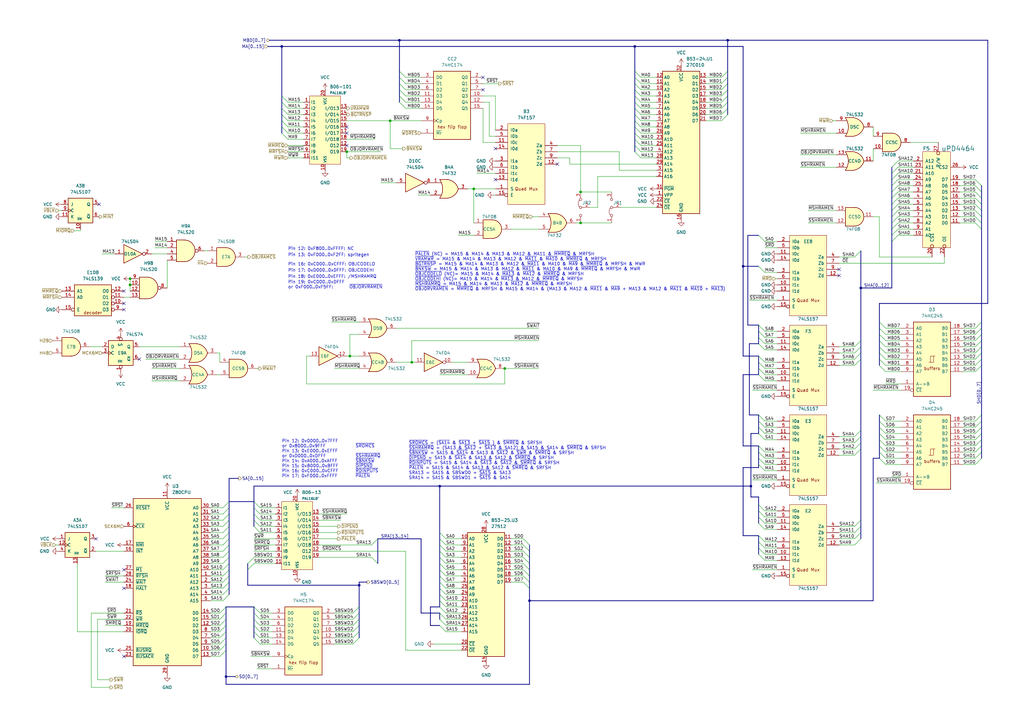
<source format=kicad_sch>
(kicad_sch (version 20211123) (generator eeschema)
  (paper "A3")
  (title_block (title "The NewZealand Story - P0-043A") (date "2022-11-16") (company "Ulf Skutnabba, twitter @skutis77"))
  (junction (at 163.83 16.51))
  (junction (at 53.34 114.3))
  (junction (at 307.975 199.39))
  (junction (at 147.32 240.03))
  (junction (at 304.8 109.22))
  (junction (at 92.71 277.495))
  (junction (at 160.02 49.53))
  (junction (at 142.24 62.23))
  (junction (at 238.125 78.74))
  (junction (at 260.35 19.05))
  (junction (at 53.34 116.84))
  (junction (at 238.125 91.44))
  (junction (at 115.57 19.05))
  (junction (at 353.06 118.11))
  (junction (at 298.45 16.51))
  (junction (at 180.34 199.39))
  (junction (at 217.17 246.38))
  (junction (at 194.31 77.47))
  (junction (at 207.01 151.13))
  (junction (at 168.91 148.59))
  (junction (at 143.51 146.05))
  (no_connect (at 203.2 60.96))
  (no_connect (at 50.8 119.38))
  (no_connect (at 57.15 147.32))
  (no_connect (at 142.24 52.07))
  (no_connect (at 142.24 54.61))
  (no_connect (at 142.24 59.69))
  (no_connect (at 198.12 36.83))
  (no_connect (at 344.17 113.03))
  (no_connect (at 344.17 110.49))
  (no_connect (at 198.12 31.75))
  (no_connect (at 50.8 269.24))
  (no_connect (at 228.6 67.31))
  (no_connect (at 50.8 233.68))
  (no_connect (at 39.37 220.98))
  (no_connect (at 203.2 73.66))
  (no_connect (at 50.8 241.3))
  (no_connect (at 40.64 83.82))
  (no_connect (at 50.8 124.46))
  (no_connect (at 50.8 127))
  (bus_entry (at 115.57 41.91) (size 2.54 2.54))
  (bus_entry (at 400.05 86.36) (size 2.54 2.54))
  (bus_entry (at 360.68 187.96) (size 2.54 2.54))
  (bus_entry (at 104.14 210.82) (size 2.54 2.54))
  (bus_entry (at 180.34 238.76) (size 2.54 2.54))
  (bus_entry (at 152.4 223.52) (size 2.54 -2.54))
  (bus_entry (at 152.4 228.6) (size 2.54 2.54))
  (bus_entry (at 91.44 238.76) (size 2.54 -2.54))
  (bus_entry (at 104.14 261.62) (size 2.54 2.54))
  (bus_entry (at 101.6 231.14) (size 2.54 -2.54))
  (bus_entry (at 101.6 233.68) (size 2.54 -2.54))
  (bus_entry (at 144.78 261.62) (size 2.54 -2.54))
  (bus_entry (at 144.78 264.16) (size 2.54 -2.54))
  (bus_entry (at 365.76 83.82) (size 2.54 -2.54))
  (bus_entry (at 90.17 256.54) (size 2.54 -2.54))
  (bus_entry (at 350.52 179.07) (size 2.54 -2.54))
  (bus_entry (at 400.05 177.8) (size 2.54 -2.54))
  (bus_entry (at 91.44 226.06) (size 2.54 -2.54))
  (bus_entry (at 115.57 52.07) (size 2.54 2.54))
  (bus_entry (at 365.76 71.12) (size 2.54 -2.54))
  (bus_entry (at 90.17 251.46) (size 2.54 -2.54))
  (bus_entry (at 163.83 34.29) (size 2.54 2.54))
  (bus_entry (at 260.35 59.69) (size 2.54 2.54))
  (bus_entry (at 400.05 180.34) (size 2.54 -2.54))
  (bus_entry (at 91.44 233.68) (size 2.54 -2.54))
  (bus_entry (at 214.63 226.06) (size 2.54 2.54))
  (bus_entry (at 400.05 88.9) (size 2.54 2.54))
  (bus_entry (at 360.68 142.24) (size 2.54 2.54))
  (bus_entry (at 350.52 149.86) (size 2.54 -2.54))
  (bus_entry (at 115.57 54.61) (size 2.54 2.54))
  (bus_entry (at 311.15 146.05) (size 2.54 2.54))
  (bus_entry (at 91.44 231.14) (size 2.54 -2.54))
  (bus_entry (at 400.05 152.4) (size 2.54 -2.54))
  (bus_entry (at 360.68 137.16) (size 2.54 2.54))
  (bus_entry (at 180.34 218.44) (size 2.54 2.54))
  (bus_entry (at 260.35 29.21) (size 2.54 2.54))
  (bus_entry (at 400.05 76.2) (size 2.54 2.54))
  (bus_entry (at 311.15 222.25) (size 2.54 2.54))
  (bus_entry (at 400.05 139.7) (size 2.54 -2.54))
  (bus_entry (at 260.35 44.45) (size 2.54 2.54))
  (bus_entry (at 91.44 208.28) (size 2.54 -2.54))
  (bus_entry (at 365.76 91.44) (size 2.54 -2.54))
  (bus_entry (at 180.34 223.52) (size 2.54 2.54))
  (bus_entry (at 295.91 36.83) (size 2.54 -2.54))
  (bus_entry (at 311.15 185.42) (size 2.54 2.54))
  (bus_entry (at 104.14 213.36) (size 2.54 2.54))
  (bus_entry (at 350.52 142.24) (size 2.54 -2.54))
  (bus_entry (at 350.52 105.41) (size 2.54 -2.54))
  (bus_entry (at 360.68 134.62) (size 2.54 2.54))
  (bus_entry (at 400.05 172.72) (size 2.54 -2.54))
  (bus_entry (at 214.63 231.14) (size 2.54 2.54))
  (bus_entry (at 104.14 256.54) (size 2.54 2.54))
  (bus_entry (at 311.15 140.97) (size 2.54 2.54))
  (bus_entry (at 91.44 213.36) (size 2.54 -2.54))
  (bus_entry (at 360.68 175.26) (size 2.54 2.54))
  (bus_entry (at 260.35 39.37) (size 2.54 2.54))
  (bus_entry (at 295.91 34.29) (size 2.54 -2.54))
  (bus_entry (at 163.83 36.83) (size 2.54 2.54))
  (bus_entry (at 400.05 144.78) (size 2.54 -2.54))
  (bus_entry (at 365.76 96.52) (size 2.54 -2.54))
  (bus_entry (at 295.91 49.53) (size 2.54 -2.54))
  (bus_entry (at 360.68 172.72) (size 2.54 2.54))
  (bus_entry (at 360.68 170.18) (size 2.54 2.54))
  (bus_entry (at 180.34 233.68) (size 2.54 2.54))
  (bus_entry (at 311.15 135.89) (size 2.54 2.54))
  (bus_entry (at 115.57 44.45) (size 2.54 2.54))
  (bus_entry (at 144.78 259.08) (size 2.54 -2.54))
  (bus_entry (at 360.68 132.08) (size 2.54 2.54))
  (bus_entry (at 350.52 218.44) (size 2.54 -2.54))
  (bus_entry (at 163.83 29.21) (size 2.54 2.54))
  (bus_entry (at 115.57 39.37) (size 2.54 2.54))
  (bus_entry (at 104.14 251.46) (size 2.54 2.54))
  (bus_entry (at 295.91 46.99) (size 2.54 -2.54))
  (bus_entry (at 400.05 81.28) (size 2.54 2.54))
  (bus_entry (at 163.83 39.37) (size 2.54 2.54))
  (bus_entry (at 180.34 220.98) (size 2.54 2.54))
  (bus_entry (at 260.35 34.29) (size 2.54 2.54))
  (bus_entry (at 214.63 233.68) (size 2.54 2.54))
  (bus_entry (at 90.17 254) (size 2.54 -2.54))
  (bus_entry (at 365.76 81.28) (size 2.54 -2.54))
  (bus_entry (at 400.05 134.62) (size 2.54 -2.54))
  (bus_entry (at 311.15 153.67) (size 2.54 2.54))
  (bus_entry (at 115.57 49.53) (size 2.54 2.54))
  (bus_entry (at 104.14 215.9) (size 2.54 2.54))
  (bus_entry (at 91.44 228.6) (size 2.54 -2.54))
  (bus_entry (at 311.15 172.72) (size 2.54 2.54))
  (bus_entry (at 260.35 52.07) (size 2.54 2.54))
  (bus_entry (at 400.05 91.44) (size 2.54 2.54))
  (bus_entry (at 311.15 212.09) (size 2.54 2.54))
  (bus_entry (at 350.52 144.78) (size 2.54 -2.54))
  (bus_entry (at 400.05 149.86) (size 2.54 -2.54))
  (bus_entry (at 365.76 76.2) (size 2.54 -2.54))
  (bus_entry (at 311.15 133.35) (size 2.54 2.54))
  (bus_entry (at 311.15 109.22) (size 2.54 2.54))
  (bus_entry (at 311.15 96.52) (size 2.54 2.54))
  (bus_entry (at 91.44 210.82) (size 2.54 -2.54))
  (bus_entry (at 144.78 254) (size 2.54 -2.54))
  (bus_entry (at 400.05 182.88) (size 2.54 -2.54))
  (bus_entry (at 90.17 261.62) (size 2.54 -2.54))
  (bus_entry (at 365.76 88.9) (size 2.54 -2.54))
  (bus_entry (at 311.15 148.59) (size 2.54 2.54))
  (bus_entry (at 163.83 31.75) (size 2.54 2.54))
  (bus_entry (at 90.17 259.08) (size 2.54 -2.54))
  (bus_entry (at 311.15 151.13) (size 2.54 2.54))
  (bus_entry (at 144.78 251.46) (size 2.54 -2.54))
  (bus_entry (at 144.78 256.54) (size 2.54 -2.54))
  (bus_entry (at 365.76 68.58) (size 2.54 -2.54))
  (bus_entry (at 180.34 254) (size 2.54 2.54))
  (bus_entry (at 115.57 46.99) (size 2.54 2.54))
  (bus_entry (at 365.76 86.36) (size 2.54 -2.54))
  (bus_entry (at 400.05 187.96) (size 2.54 -2.54))
  (bus_entry (at 360.68 177.8) (size 2.54 2.54))
  (bus_entry (at 180.34 241.3) (size 2.54 2.54))
  (bus_entry (at 214.63 238.76) (size 2.54 2.54))
  (bus_entry (at 180.34 248.92) (size 2.54 2.54))
  (bus_entry (at 360.68 185.42) (size 2.54 2.54))
  (bus_entry (at 360.68 139.7) (size 2.54 2.54))
  (bus_entry (at 360.68 180.34) (size 2.54 2.54))
  (bus_entry (at 180.34 228.6) (size 2.54 2.54))
  (bus_entry (at 180.34 226.06) (size 2.54 2.54))
  (bus_entry (at 260.35 46.99) (size 2.54 2.54))
  (bus_entry (at 163.83 41.91) (size 2.54 2.54))
  (bus_entry (at 104.14 248.92) (size 2.54 2.54))
  (bus_entry (at 91.44 223.52) (size 2.54 -2.54))
  (bus_entry (at 350.52 220.98) (size 2.54 -2.54))
  (bus_entry (at 295.91 41.91) (size 2.54 -2.54))
  (bus_entry (at 91.44 215.9) (size 2.54 -2.54))
  (bus_entry (at 365.76 93.98) (size 2.54 -2.54))
  (bus_entry (at 104.14 259.08) (size 2.54 2.54))
  (bus_entry (at 214.63 220.98) (size 2.54 2.54))
  (bus_entry (at 260.35 54.61) (size 2.54 2.54))
  (bus_entry (at 311.15 190.5) (size 2.54 2.54))
  (bus_entry (at 260.35 57.15) (size 2.54 2.54))
  (bus_entry (at 350.52 184.15) (size 2.54 -2.54))
  (bus_entry (at 260.35 36.83) (size 2.54 2.54))
  (bus_entry (at 400.05 147.32) (size 2.54 -2.54))
  (bus_entry (at 400.05 137.16) (size 2.54 -2.54))
  (bus_entry (at 365.76 78.74) (size 2.54 -2.54))
  (bus_entry (at 91.44 236.22) (size 2.54 -2.54))
  (bus_entry (at 360.68 144.78) (size 2.54 2.54))
  (bus_entry (at 360.68 182.88) (size 2.54 2.54))
  (bus_entry (at 180.34 243.84) (size 2.54 2.54))
  (bus_entry (at 311.15 224.79) (size 2.54 2.54))
  (bus_entry (at 350.52 215.9) (size 2.54 -2.54))
  (bus_entry (at 295.91 44.45) (size 2.54 -2.54))
  (bus_entry (at 104.14 205.74) (size 2.54 2.54))
  (bus_entry (at 214.63 228.6) (size 2.54 2.54))
  (bus_entry (at 350.52 223.52) (size 2.54 -2.54))
  (bus_entry (at 104.14 208.28) (size 2.54 2.54))
  (bus_entry (at 91.44 246.38) (size 2.54 -2.54))
  (bus_entry (at 311.15 177.8) (size 2.54 2.54))
  (bus_entry (at 260.35 31.75) (size 2.54 2.54))
  (bus_entry (at 311.15 209.55) (size 2.54 2.54))
  (bus_entry (at 360.68 149.86) (size 2.54 2.54))
  (bus_entry (at 91.44 218.44) (size 2.54 -2.54))
  (bus_entry (at 400.05 73.66) (size 2.54 2.54))
  (bus_entry (at 365.76 73.66) (size 2.54 -2.54))
  (bus_entry (at 180.34 251.46) (size 2.54 2.54))
  (bus_entry (at 365.76 99.06) (size 2.54 -2.54))
  (bus_entry (at 260.35 49.53) (size 2.54 2.54))
  (bus_entry (at 400.05 175.26) (size 2.54 -2.54))
  (bus_entry (at 91.44 243.84) (size 2.54 -2.54))
  (bus_entry (at 91.44 241.3) (size 2.54 -2.54))
  (bus_entry (at 180.34 246.38) (size 2.54 2.54))
  (bus_entry (at 90.17 269.24) (size 2.54 -2.54))
  (bus_entry (at 311.15 219.71) (size 2.54 2.54))
  (bus_entry (at 180.34 236.22) (size 2.54 2.54))
  (bus_entry (at 180.34 231.14) (size 2.54 2.54))
  (bus_entry (at 311.15 207.01) (size 2.54 2.54))
  (bus_entry (at 400.05 185.42) (size 2.54 -2.54))
  (bus_entry (at 400.05 190.5) (size 2.54 -2.54))
  (bus_entry (at 311.15 187.96) (size 2.54 2.54))
  (bus_entry (at 104.14 254) (size 2.54 2.54))
  (bus_entry (at 214.63 223.52) (size 2.54 2.54))
  (bus_entry (at 295.91 31.75) (size 2.54 -2.54))
  (bus_entry (at 214.63 236.22) (size 2.54 2.54))
  (bus_entry (at 311.15 227.33) (size 2.54 2.54))
  (bus_entry (at 400.05 78.74) (size 2.54 2.54))
  (bus_entry (at 90.17 266.7) (size 2.54 -2.54))
  (bus_entry (at 260.35 41.91) (size 2.54 2.54))
  (bus_entry (at 350.52 147.32) (size 2.54 -2.54))
  (bus_entry (at 311.15 175.26) (size 2.54 2.54))
  (bus_entry (at 311.15 170.18) (size 2.54 2.54))
  (bus_entry (at 350.52 181.61) (size 2.54 -2.54))
  (bus_entry (at 311.15 138.43) (size 2.54 2.54))
  (bus_entry (at 350.52 186.69) (size 2.54 -2.54))
  (bus_entry (at 311.15 214.63) (size 2.54 2.54))
  (bus_entry (at 180.34 256.54) (size 2.54 2.54))
  (bus_entry (at 400.05 83.82) (size 2.54 2.54))
  (bus_entry (at 311.15 182.88) (size 2.54 2.54))
  (bus_entry (at 400.05 142.24) (size 2.54 -2.54))
  (bus_entry (at 260.35 62.23) (size 2.54 2.54))
  (bus_entry (at 91.44 220.98) (size 2.54 -2.54))
  (bus_entry (at 295.91 39.37) (size 2.54 -2.54))
  (bus_entry (at 90.17 264.16) (size 2.54 -2.54))
  (bus_entry (at 360.68 147.32) (size 2.54 2.54))
  (wire (pts (xy 187.96 96.52) (xy 194.31 96.52)))
  (bus (pts (xy 298.45 16.51) (xy 405.13 16.51)))
  (wire (pts (xy 289.56 34.29) (xy 295.91 34.29)))
  (wire (pts (xy 313.69 214.63) (xy 318.77 214.63)))
  (bus (pts (xy 358.14 187.96) (xy 358.14 246.38)))
  (bus (pts (xy 353.06 181.61) (xy 353.06 184.15)))
  (wire (pts (xy 313.69 190.5) (xy 318.77 190.5)))
  (wire (pts (xy 360.68 88.9) (xy 358.14 88.9)))
  (wire (pts (xy 209.55 233.68) (xy 214.63 233.68)))
  (wire (pts (xy 142.24 49.53) (xy 160.02 49.53)))
  (bus (pts (xy 104.14 213.36) (xy 104.14 210.82)))
  (wire (pts (xy 393.7 83.82) (xy 400.05 83.82)))
  (bus (pts (xy 93.98 205.74) (xy 93.98 208.28)))
  (bus (pts (xy 180.34 199.39) (xy 307.975 199.39)))
  (bus (pts (xy 353.06 139.7) (xy 353.06 142.24)))
  (bus (pts (xy 104.14 248.92) (xy 92.71 248.92)))
  (wire (pts (xy 86.36 218.44) (xy 91.44 218.44)))
  (wire (pts (xy 182.88 228.6) (xy 189.23 228.6)))
  (wire (pts (xy 104.14 223.52) (xy 113.03 223.52)))
  (wire (pts (xy 368.3 76.2) (xy 374.65 76.2)))
  (bus (pts (xy 311.15 182.88) (xy 304.8 182.88)))
  (wire (pts (xy 198.12 41.91) (xy 200.66 41.91)))
  (bus (pts (xy 217.17 246.38) (xy 358.14 246.38)))
  (bus (pts (xy 365.76 93.98) (xy 365.76 96.52)))
  (bus (pts (xy 260.35 57.15) (xy 260.35 54.61)))
  (bus (pts (xy 307.975 177.8) (xy 311.15 177.8)))
  (wire (pts (xy 166.37 41.91) (xy 172.72 41.91)))
  (wire (pts (xy 365.76 195.58) (xy 369.57 195.58)))
  (wire (pts (xy 328.295 63.5) (xy 342.9 63.5)))
  (bus (pts (xy 147.32 256.54) (xy 147.32 254)))
  (wire (pts (xy 394.97 172.72) (xy 400.05 172.72)))
  (bus (pts (xy 180.34 220.98) (xy 180.34 218.44)))
  (wire (pts (xy 182.88 231.14) (xy 189.23 231.14)))
  (wire (pts (xy 86.36 223.52) (xy 91.44 223.52)))
  (wire (pts (xy 182.88 226.06) (xy 189.23 226.06)))
  (bus (pts (xy 311.15 219.71) (xy 311.15 222.25)))
  (wire (pts (xy 198.12 39.37) (xy 203.2 39.37)))
  (bus (pts (xy 311.15 212.09) (xy 311.15 214.63)))
  (wire (pts (xy 344.17 144.78) (xy 350.52 144.78)))
  (bus (pts (xy 147.32 240.03) (xy 147.32 248.92)))
  (bus (pts (xy 304.8 153.67) (xy 304.8 182.88)))
  (wire (pts (xy 142.24 146.05) (xy 143.51 146.05)))
  (bus (pts (xy 402.59 81.28) (xy 402.59 83.82)))
  (wire (pts (xy 86.36 246.38) (xy 91.44 246.38)))
  (wire (pts (xy 86.36 220.98) (xy 91.44 220.98)))
  (bus (pts (xy 93.98 241.3) (xy 93.98 243.84)))
  (wire (pts (xy 142.24 62.23) (xy 156.21 62.23)))
  (wire (pts (xy 85.09 102.87) (xy 83.82 102.87)))
  (bus (pts (xy 311.15 224.79) (xy 311.15 227.33)))
  (bus (pts (xy 298.45 31.75) (xy 298.45 29.21)))
  (bus (pts (xy 260.35 46.99) (xy 260.35 44.45)))
  (wire (pts (xy 86.36 266.7) (xy 90.17 266.7)))
  (bus (pts (xy 180.34 243.84) (xy 180.34 241.3)))
  (bus (pts (xy 360.68 132.08) (xy 360.68 134.62)))
  (wire (pts (xy 368.3 66.04) (xy 374.65 66.04)))
  (wire (pts (xy 182.88 251.46) (xy 189.23 251.46)))
  (bus (pts (xy 402.59 147.32) (xy 402.59 149.86)))
  (bus (pts (xy 180.34 238.76) (xy 180.34 236.22)))
  (wire (pts (xy 90.17 144.78) (xy 90.17 148.59)))
  (bus (pts (xy 163.83 39.37) (xy 163.83 36.83)))
  (bus (pts (xy 93.98 213.36) (xy 93.98 215.9)))
  (wire (pts (xy 313.69 153.67) (xy 318.77 153.67)))
  (bus (pts (xy 298.45 39.37) (xy 298.45 36.83)))
  (wire (pts (xy 358.14 52.07) (xy 358.14 55.88)))
  (wire (pts (xy 228.6 59.69) (xy 238.125 59.69)))
  (wire (pts (xy 86.36 261.62) (xy 90.17 261.62)))
  (bus (pts (xy 311.15 146.05) (xy 304.8 146.05)))
  (wire (pts (xy 368.3 88.9) (xy 374.65 88.9)))
  (wire (pts (xy 368.3 91.44) (xy 374.65 91.44)))
  (bus (pts (xy 92.71 259.08) (xy 92.71 261.62)))
  (wire (pts (xy 168.91 148.59) (xy 170.18 148.59)))
  (wire (pts (xy 313.69 143.51) (xy 318.77 143.51)))
  (bus (pts (xy 93.98 233.68) (xy 93.98 236.22)))
  (bus (pts (xy 360.68 180.34) (xy 360.68 182.88)))
  (wire (pts (xy 363.22 190.5) (xy 369.57 190.5)))
  (wire (pts (xy 106.68 215.9) (xy 113.03 215.9)))
  (wire (pts (xy 45.72 208.28) (xy 50.8 208.28)))
  (wire (pts (xy 262.89 54.61) (xy 269.24 54.61)))
  (wire (pts (xy 209.55 226.06) (xy 214.63 226.06)))
  (wire (pts (xy 168.91 139.7) (xy 220.98 139.7)))
  (wire (pts (xy 368.3 83.82) (xy 374.65 83.82)))
  (wire (pts (xy 142.24 57.15) (xy 153.67 57.15)))
  (wire (pts (xy 313.69 111.76) (xy 318.77 111.76)))
  (wire (pts (xy 313.69 217.17) (xy 318.77 217.17)))
  (bus (pts (xy 304.8 191.77) (xy 304.8 219.71)))
  (wire (pts (xy 313.69 151.13) (xy 318.77 151.13)))
  (wire (pts (xy 358.14 160.02) (xy 369.57 160.02)))
  (wire (pts (xy 313.69 175.26) (xy 318.77 175.26)))
  (bus (pts (xy 260.35 59.69) (xy 260.35 57.15)))
  (wire (pts (xy 313.69 224.79) (xy 318.77 224.79)))
  (wire (pts (xy 393.7 88.9) (xy 400.05 88.9)))
  (wire (pts (xy 368.3 73.66) (xy 374.65 73.66)))
  (bus (pts (xy 365.76 83.82) (xy 365.76 86.36)))
  (wire (pts (xy 359.41 198.12) (xy 369.57 198.12)))
  (wire (pts (xy 62.23 156.21) (xy 73.66 156.21)))
  (bus (pts (xy 402.59 134.62) (xy 402.59 137.16)))
  (wire (pts (xy 313.69 209.55) (xy 318.77 209.55)))
  (wire (pts (xy 209.55 93.98) (xy 220.98 93.98)))
  (wire (pts (xy 86.36 243.84) (xy 91.44 243.84)))
  (wire (pts (xy 368.3 96.52) (xy 374.65 96.52)))
  (bus (pts (xy 298.45 46.99) (xy 298.45 44.45)))
  (wire (pts (xy 86.36 256.54) (xy 90.17 256.54)))
  (wire (pts (xy 289.56 36.83) (xy 295.91 36.83)))
  (bus (pts (xy 180.34 228.6) (xy 180.34 226.06)))
  (bus (pts (xy 307.34 170.18) (xy 307.34 140.97)))
  (wire (pts (xy 363.22 137.16) (xy 369.57 137.16)))
  (wire (pts (xy 218.44 88.9) (xy 220.98 88.9)))
  (wire (pts (xy 86.36 215.9) (xy 91.44 215.9)))
  (bus (pts (xy 311.15 207.01) (xy 311.15 209.55)))
  (bus (pts (xy 353.06 184.15) (xy 353.06 213.36)))
  (bus (pts (xy 353.06 179.07) (xy 353.06 181.61)))
  (bus (pts (xy 311.15 133.35) (xy 311.15 135.89)))
  (bus (pts (xy 92.71 264.16) (xy 92.71 266.7)))
  (bus (pts (xy 93.98 218.44) (xy 93.98 220.98)))
  (wire (pts (xy 130.81 226.06) (xy 166.37 226.06)))
  (wire (pts (xy 143.51 146.05) (xy 147.32 146.05)))
  (wire (pts (xy 86.36 213.36) (xy 91.44 213.36)))
  (wire (pts (xy 313.69 227.33) (xy 318.77 227.33)))
  (bus (pts (xy 360.68 182.88) (xy 360.68 185.42)))
  (wire (pts (xy 198.12 44.45) (xy 198.12 58.42)))
  (bus (pts (xy 353.06 213.36) (xy 353.06 215.9)))
  (wire (pts (xy 289.56 31.75) (xy 295.91 31.75)))
  (bus (pts (xy 306.705 133.35) (xy 311.15 133.35)))
  (wire (pts (xy 289.56 46.99) (xy 295.91 46.99)))
  (bus (pts (xy 180.34 233.68) (xy 180.34 231.14)))
  (wire (pts (xy 368.3 93.98) (xy 374.65 93.98)))
  (wire (pts (xy 363.22 182.88) (xy 369.57 182.88)))
  (bus (pts (xy 115.57 39.37) (xy 115.57 41.91)))
  (wire (pts (xy 118.11 44.45) (xy 124.46 44.45)))
  (wire (pts (xy 331.47 86.36) (xy 342.9 86.36)))
  (wire (pts (xy 166.37 31.75) (xy 172.72 31.75)))
  (wire (pts (xy 313.69 172.72) (xy 318.77 172.72)))
  (bus (pts (xy 260.35 54.61) (xy 260.35 52.07)))
  (wire (pts (xy 130.81 220.98) (xy 138.43 220.98)))
  (wire (pts (xy 368.3 86.36) (xy 374.65 86.36)))
  (wire (pts (xy 22.86 223.52) (xy 24.13 223.52)))
  (bus (pts (xy 104.14 259.08) (xy 104.14 256.54)))
  (bus (pts (xy 311.15 185.42) (xy 311.15 187.96)))
  (wire (pts (xy 36.83 142.24) (xy 41.91 142.24)))
  (bus (pts (xy 311.15 170.18) (xy 307.34 170.18)))
  (wire (pts (xy 209.55 231.14) (xy 214.63 231.14)))
  (bus (pts (xy 402.59 177.8) (xy 402.59 180.34)))
  (bus (pts (xy 311.15 135.89) (xy 311.15 138.43)))
  (bus (pts (xy 402.59 185.42) (xy 402.59 187.96)))
  (wire (pts (xy 368.3 81.28) (xy 374.65 81.28)))
  (wire (pts (xy 166.37 226.06) (xy 166.37 266.7)))
  (wire (pts (xy 162.56 134.62) (xy 220.98 134.62)))
  (wire (pts (xy 233.68 67.31) (xy 269.24 67.31)))
  (bus (pts (xy 180.34 246.38) (xy 180.34 243.84)))
  (bus (pts (xy 306.705 96.52) (xy 311.15 96.52)))
  (wire (pts (xy 86.36 208.28) (xy 91.44 208.28)))
  (bus (pts (xy 311.15 146.05) (xy 311.15 148.59)))
  (bus (pts (xy 307.34 140.97) (xy 311.15 140.97)))
  (wire (pts (xy 241.935 85.09) (xy 245.11 85.09)))
  (bus (pts (xy 260.35 34.29) (xy 260.35 31.75)))
  (bus (pts (xy 304.8 146.05) (xy 304.8 109.22)))
  (bus (pts (xy 306.705 96.52) (xy 306.705 133.35)))
  (bus (pts (xy 365.76 99.06) (xy 365.76 118.11)))
  (bus (pts (xy 104.14 205.74) (xy 93.98 205.74)))
  (wire (pts (xy 166.37 44.45) (xy 172.72 44.45)))
  (bus (pts (xy 101.6 240.03) (xy 147.32 240.03)))
  (wire (pts (xy 313.69 180.34) (xy 318.77 180.34)))
  (wire (pts (xy 125.73 146.05) (xy 127 146.05)))
  (wire (pts (xy 363.22 185.42) (xy 369.57 185.42)))
  (wire (pts (xy 203.2 77.47) (xy 194.31 77.47)))
  (wire (pts (xy 86.36 254) (xy 90.17 254)))
  (wire (pts (xy 344.17 184.15) (xy 350.52 184.15)))
  (wire (pts (xy 165.1 60.96) (xy 160.02 60.96)))
  (wire (pts (xy 182.88 243.84) (xy 189.23 243.84)))
  (wire (pts (xy 394.97 147.32) (xy 400.05 147.32)))
  (bus (pts (xy 147.32 240.03) (xy 147.32 238.76)))
  (wire (pts (xy 198.12 34.29) (xy 204.47 34.29)))
  (wire (pts (xy 313.69 187.96) (xy 318.77 187.96)))
  (wire (pts (xy 394.97 149.86) (xy 400.05 149.86)))
  (bus (pts (xy 311.15 190.5) (xy 311.15 191.77)))
  (bus (pts (xy 180.34 251.46) (xy 180.34 254)))
  (bus (pts (xy 311.15 153.67) (xy 304.8 153.67)))
  (wire (pts (xy 308.61 233.68) (xy 318.77 233.68)))
  (wire (pts (xy 86.36 269.24) (xy 90.17 269.24)))
  (wire (pts (xy 195.58 71.12) (xy 203.2 71.12)))
  (wire (pts (xy 166.37 34.29) (xy 172.72 34.29)))
  (wire (pts (xy 262.89 59.69) (xy 269.24 59.69)))
  (wire (pts (xy 228.6 64.77) (xy 233.68 64.77)))
  (wire (pts (xy 209.55 220.98) (xy 214.63 220.98)))
  (wire (pts (xy 207.01 151.13) (xy 207.01 157.48)))
  (bus (pts (xy 402.59 149.86) (xy 402.59 170.18)))
  (wire (pts (xy 104.14 231.14) (xy 113.03 231.14)))
  (bus (pts (xy 360.68 177.8) (xy 360.68 180.34)))
  (wire (pts (xy 393.7 91.44) (xy 400.05 91.44)))
  (bus (pts (xy 147.32 259.08) (xy 147.32 256.54)))
  (bus (pts (xy 405.13 16.51) (xy 405.13 124.46)))
  (wire (pts (xy 262.89 64.77) (xy 269.24 64.77)))
  (bus (pts (xy 163.83 31.75) (xy 163.83 29.21)))
  (wire (pts (xy 387.35 107.95) (xy 387.35 105.41)))
  (bus (pts (xy 217.17 233.68) (xy 217.17 236.22)))
  (bus (pts (xy 353.06 118.11) (xy 365.76 118.11)))
  (wire (pts (xy 41.91 104.14) (xy 46.99 104.14)))
  (wire (pts (xy 308.61 160.02) (xy 318.77 160.02)))
  (bus (pts (xy 180.34 218.44) (xy 180.34 199.39)))
  (wire (pts (xy 344.17 181.61) (xy 350.52 181.61)))
  (wire (pts (xy 130.81 223.52) (xy 152.4 223.52)))
  (wire (pts (xy 143.51 137.16) (xy 143.51 146.05)))
  (wire (pts (xy 147.32 137.16) (xy 143.51 137.16)))
  (bus (pts (xy 402.59 170.18) (xy 402.59 172.72)))
  (bus (pts (xy 353.06 102.87) (xy 353.06 118.11)))
  (wire (pts (xy 262.89 46.99) (xy 269.24 46.99)))
  (bus (pts (xy 402.59 144.78) (xy 402.59 147.32)))
  (wire (pts (xy 182.88 256.54) (xy 189.23 256.54)))
  (bus (pts (xy 402.59 83.82) (xy 402.59 86.36)))
  (wire (pts (xy 160.02 49.53) (xy 172.72 49.53)))
  (wire (pts (xy 118.11 59.69) (xy 124.46 59.69)))
  (wire (pts (xy 102.87 269.24) (xy 111.76 269.24)))
  (wire (pts (xy 185.42 148.59) (xy 191.77 148.59)))
  (wire (pts (xy 313.69 185.42) (xy 318.77 185.42)))
  (bus (pts (xy 92.71 277.495) (xy 96.52 277.495)))
  (bus (pts (xy 298.45 44.45) (xy 298.45 41.91)))
  (bus (pts (xy 360.68 175.26) (xy 360.68 177.8)))
  (bus (pts (xy 147.32 254) (xy 147.32 251.46)))
  (wire (pts (xy 63.5 99.06) (xy 68.58 99.06)))
  (wire (pts (xy 106.68 251.46) (xy 111.76 251.46)))
  (bus (pts (xy 298.45 34.29) (xy 298.45 31.75)))
  (wire (pts (xy 393.7 81.28) (xy 400.05 81.28)))
  (wire (pts (xy 207.01 157.48) (xy 125.73 157.48)))
  (wire (pts (xy 363.22 187.96) (xy 369.57 187.96)))
  (wire (pts (xy 254.635 85.09) (xy 269.24 85.09)))
  (wire (pts (xy 228.6 62.23) (xy 254 62.23)))
  (bus (pts (xy 180.34 199.39) (xy 104.14 199.39)))
  (wire (pts (xy 363.22 152.4) (xy 369.57 152.4)))
  (wire (pts (xy 104.14 228.6) (xy 113.03 228.6)))
  (wire (pts (xy 106.68 261.62) (xy 111.76 261.62)))
  (bus (pts (xy 311.15 172.72) (xy 311.15 175.26)))
  (wire (pts (xy 360.68 105.41) (xy 382.27 105.41)))
  (wire (pts (xy 88.9 144.78) (xy 90.17 144.78)))
  (bus (pts (xy 307.975 203.835) (xy 307.975 199.39)))
  (bus (pts (xy 110.49 16.51) (xy 163.83 16.51)))
  (bus (pts (xy 365.76 73.66) (xy 365.76 76.2)))
  (bus (pts (xy 115.57 46.99) (xy 115.57 49.53)))
  (bus (pts (xy 402.59 139.7) (xy 402.59 142.24)))
  (bus (pts (xy 115.57 19.05) (xy 260.35 19.05)))
  (wire (pts (xy 373.38 58.42) (xy 384.81 58.42)))
  (wire (pts (xy 177.8 264.16) (xy 189.23 264.16)))
  (bus (pts (xy 163.83 16.51) (xy 163.83 29.21)))
  (bus (pts (xy 115.57 41.91) (xy 115.57 44.45)))
  (bus (pts (xy 147.32 251.46) (xy 147.32 248.92)))
  (bus (pts (xy 402.59 88.9) (xy 402.59 91.44)))
  (bus (pts (xy 104.14 215.9) (xy 104.14 213.36)))
  (wire (pts (xy 394.97 144.78) (xy 400.05 144.78)))
  (bus (pts (xy 217.17 238.76) (xy 217.17 241.3)))
  (bus (pts (xy 260.35 44.45) (xy 260.35 41.91)))
  (bus (pts (xy 311.15 175.26) (xy 311.15 177.8)))
  (wire (pts (xy 363.22 172.72) (xy 369.57 172.72)))
  (wire (pts (xy 86.36 231.14) (xy 91.44 231.14)))
  (wire (pts (xy 142.24 64.77) (xy 142.24 62.23)))
  (wire (pts (xy 238.125 91.44) (xy 250.825 91.44)))
  (wire (pts (xy 106.68 208.28) (xy 113.03 208.28)))
  (wire (pts (xy 106.68 210.82) (xy 113.03 210.82)))
  (wire (pts (xy 118.11 54.61) (xy 124.46 54.61)))
  (bus (pts (xy 365.76 88.9) (xy 365.76 91.44)))
  (bus (pts (xy 360.68 147.32) (xy 360.68 149.86)))
  (bus (pts (xy 115.57 19.05) (xy 115.57 39.37)))
  (bus (pts (xy 304.8 109.22) (xy 304.8 19.05)))
  (wire (pts (xy 104.14 220.98) (xy 113.03 220.98)))
  (wire (pts (xy 86.36 241.3) (xy 91.44 241.3)))
  (bus (pts (xy 260.35 29.21) (xy 260.35 19.05)))
  (wire (pts (xy 86.36 238.76) (xy 91.44 238.76)))
  (wire (pts (xy 313.69 138.43) (xy 318.77 138.43)))
  (bus (pts (xy 402.59 132.08) (xy 402.59 134.62)))
  (wire (pts (xy 200.66 55.88) (xy 203.2 55.88)))
  (bus (pts (xy 402.59 175.26) (xy 402.59 177.8)))
  (wire (pts (xy 182.88 248.92) (xy 189.23 248.92)))
  (bus (pts (xy 365.76 78.74) (xy 365.76 81.28)))
  (bus (pts (xy 311.15 170.18) (xy 311.15 172.72)))
  (wire (pts (xy 118.11 46.99) (xy 124.46 46.99)))
  (bus (pts (xy 180.34 236.22) (xy 180.34 233.68)))
  (wire (pts (xy 137.16 251.46) (xy 144.78 251.46)))
  (bus (pts (xy 365.76 86.36) (xy 365.76 88.9)))
  (wire (pts (xy 137.16 256.54) (xy 144.78 256.54)))
  (wire (pts (xy 262.89 52.07) (xy 269.24 52.07)))
  (wire (pts (xy 62.23 151.13) (xy 73.66 151.13)))
  (wire (pts (xy 31.75 231.14) (xy 31.75 259.08)))
  (wire (pts (xy 86.36 210.82) (xy 91.44 210.82)))
  (bus (pts (xy 92.71 254) (xy 92.71 256.54)))
  (wire (pts (xy 40.005 278.765) (xy 40.005 254)))
  (bus (pts (xy 402.59 78.74) (xy 402.59 81.28)))
  (wire (pts (xy 118.11 49.53) (xy 124.46 49.53)))
  (wire (pts (xy 39.37 226.06) (xy 50.8 226.06)))
  (bus (pts (xy 298.45 36.83) (xy 298.45 34.29)))
  (wire (pts (xy 368.3 78.74) (xy 374.65 78.74)))
  (wire (pts (xy 394.97 137.16) (xy 400.05 137.16)))
  (bus (pts (xy 92.71 277.495) (xy 92.71 266.7)))
  (bus (pts (xy 365.76 76.2) (xy 365.76 78.74)))
  (bus (pts (xy 176.53 248.92) (xy 180.34 248.92)))
  (bus (pts (xy 163.83 16.51) (xy 298.45 16.51)))
  (wire (pts (xy 245.11 85.09) (xy 245.11 72.39)))
  (wire (pts (xy 166.37 39.37) (xy 172.72 39.37)))
  (wire (pts (xy 194.31 77.47) (xy 191.77 77.47)))
  (bus (pts (xy 217.17 280.67) (xy 92.71 280.67)))
  (wire (pts (xy 313.69 177.8) (xy 318.77 177.8)))
  (wire (pts (xy 207.01 151.13) (xy 220.98 151.13)))
  (bus (pts (xy 180.34 256.54) (xy 176.53 256.54)))
  (wire (pts (xy 344.17 179.07) (xy 350.52 179.07)))
  (wire (pts (xy 43.18 236.22) (xy 50.8 236.22)))
  (wire (pts (xy 393.7 76.2) (xy 400.05 76.2)))
  (bus (pts (xy 353.06 142.24) (xy 353.06 144.78)))
  (wire (pts (xy 358.14 60.96) (xy 358.14 66.04)))
  (bus (pts (xy 93.98 205.74) (xy 93.98 196.215)))
  (wire (pts (xy 262.89 57.15) (xy 269.24 57.15)))
  (bus (pts (xy 93.98 196.215) (xy 97.79 196.215)))
  (bus (pts (xy 360.68 170.18) (xy 360.68 172.72)))
  (wire (pts (xy 344.17 142.24) (xy 350.52 142.24)))
  (wire (pts (xy 166.37 266.7) (xy 189.23 266.7)))
  (wire (pts (xy 106.68 218.44) (xy 113.03 218.44)))
  (wire (pts (xy 394.97 134.62) (xy 400.05 134.62)))
  (wire (pts (xy 289.56 41.91) (xy 295.91 41.91)))
  (bus (pts (xy 365.76 68.58) (xy 365.76 71.12)))
  (bus (pts (xy 360.68 187.96) (xy 358.14 187.96)))
  (bus (pts (xy 260.35 36.83) (xy 260.35 34.29)))
  (wire (pts (xy 118.11 57.15) (xy 124.46 57.15)))
  (bus (pts (xy 360.68 139.7) (xy 360.68 142.24)))
  (wire (pts (xy 308.61 196.85) (xy 318.77 196.85)))
  (bus (pts (xy 172.72 251.46) (xy 180.34 251.46)))
  (bus (pts (xy 360.68 134.62) (xy 360.68 137.16)))
  (bus (pts (xy 365.76 81.28) (xy 365.76 83.82)))
  (wire (pts (xy 363.22 175.26) (xy 369.57 175.26)))
  (wire (pts (xy 135.89 132.08) (xy 147.32 132.08)))
  (bus (pts (xy 402.59 180.34) (xy 402.59 182.88)))
  (wire (pts (xy 307.34 123.19) (xy 318.77 123.19)))
  (wire (pts (xy 209.55 228.6) (xy 214.63 228.6)))
  (wire (pts (xy 341.63 49.53) (xy 342.9 49.53)))
  (bus (pts (xy 353.06 215.9) (xy 353.06 218.44)))
  (bus (pts (xy 104.14 256.54) (xy 104.14 254)))
  (bus (pts (xy 154.94 220.98) (xy 172.72 220.98)))
  (bus (pts (xy 180.34 248.92) (xy 180.34 246.38)))
  (wire (pts (xy 238.125 78.74) (xy 250.825 78.74)))
  (wire (pts (xy 105.41 274.32) (xy 111.76 274.32)))
  (bus (pts (xy 93.98 210.82) (xy 93.98 213.36)))
  (bus (pts (xy 311.15 182.88) (xy 311.15 185.42)))
  (wire (pts (xy 262.89 36.83) (xy 269.24 36.83)))
  (bus (pts (xy 360.68 124.46) (xy 360.68 132.08)))
  (bus (pts (xy 217.17 231.14) (xy 217.17 233.68)))
  (bus (pts (xy 92.71 261.62) (xy 92.71 264.16)))
  (wire (pts (xy 166.37 36.83) (xy 172.72 36.83)))
  (wire (pts (xy 137.16 151.13) (xy 147.32 151.13)))
  (bus (pts (xy 360.68 144.78) (xy 360.68 147.32)))
  (wire (pts (xy 202.565 80.01) (xy 203.2 80.01)))
  (wire (pts (xy 118.11 64.77) (xy 124.46 64.77)))
  (bus (pts (xy 104.14 254) (xy 104.14 251.46)))
  (wire (pts (xy 313.69 99.06) (xy 318.77 99.06)))
  (bus (pts (xy 260.35 52.07) (xy 260.35 49.53)))
  (wire (pts (xy 171.45 80.01) (xy 176.53 80.01)))
  (bus (pts (xy 353.06 144.78) (xy 353.06 147.32)))
  (wire (pts (xy 105.41 151.13) (xy 106.045 151.13)))
  (bus (pts (xy 93.98 226.06) (xy 93.98 228.6)))
  (wire (pts (xy 45.085 278.765) (xy 40.005 278.765)))
  (wire (pts (xy 33.02 94.615) (xy 30.48 94.615)))
  (bus (pts (xy 92.71 248.92) (xy 92.71 251.46)))
  (wire (pts (xy 106.68 264.16) (xy 111.76 264.16)))
  (bus (pts (xy 402.59 182.88) (xy 402.59 185.42)))
  (wire (pts (xy 236.22 91.44) (xy 238.125 91.44)))
  (bus (pts (xy 93.98 223.52) (xy 93.98 226.06)))
  (bus (pts (xy 360.68 137.16) (xy 360.68 139.7)))
  (bus (pts (xy 405.13 124.46) (xy 360.68 124.46)))
  (wire (pts (xy 289.56 49.53) (xy 295.91 49.53)))
  (wire (pts (xy 200.66 41.91) (xy 200.66 55.88)))
  (wire (pts (xy 53.34 116.84) (xy 53.34 119.38)))
  (bus (pts (xy 402.59 91.44) (xy 402.59 93.98)))
  (bus (pts (xy 101.6 233.68) (xy 101.6 240.03)))
  (bus (pts (xy 304.8 109.22) (xy 311.15 109.22)))
  (wire (pts (xy 262.89 39.37) (xy 269.24 39.37)))
  (wire (pts (xy 43.18 238.76) (xy 50.8 238.76)))
  (wire (pts (xy 31.75 259.08) (xy 50.8 259.08)))
  (wire (pts (xy 182.88 241.3) (xy 189.23 241.3)))
  (bus (pts (xy 104.14 199.39) (xy 104.14 205.74)))
  (wire (pts (xy 182.88 233.68) (xy 189.23 233.68)))
  (bus (pts (xy 115.57 49.53) (xy 115.57 52.07)))
  (bus (pts (xy 353.06 176.53) (xy 353.06 179.07)))
  (bus (pts (xy 402.59 172.72) (xy 402.59 175.26)))
  (wire (pts (xy 203.2 39.37) (xy 203.2 53.34)))
  (bus (pts (xy 402.59 137.16) (xy 402.59 139.7)))
  (bus (pts (xy 304.8 219.71) (xy 311.15 219.71)))
  (bus (pts (xy 172.72 220.98) (xy 172.72 251.46)))
  (bus (pts (xy 163.83 34.29) (xy 163.83 31.75)))
  (wire (pts (xy 313.69 140.97) (xy 318.77 140.97)))
  (wire (pts (xy 363.22 134.62) (xy 369.57 134.62)))
  (wire (pts (xy 86.36 264.16) (xy 90.17 264.16)))
  (wire (pts (xy 106.68 213.36) (xy 113.03 213.36)))
  (bus (pts (xy 109.855 19.05) (xy 115.57 19.05)))
  (wire (pts (xy 313.69 222.25) (xy 318.77 222.25)))
  (wire (pts (xy 182.88 259.08) (xy 189.23 259.08)))
  (wire (pts (xy 313.69 101.6) (xy 318.77 101.6)))
  (wire (pts (xy 363.22 139.7) (xy 369.57 139.7)))
  (wire (pts (xy 57.15 142.24) (xy 73.66 142.24)))
  (wire (pts (xy 43.18 256.54) (xy 50.8 256.54)))
  (wire (pts (xy 182.88 238.76) (xy 189.23 238.76)))
  (wire (pts (xy 53.34 114.3) (xy 53.34 116.84)))
  (wire (pts (xy 328.295 68.58) (xy 342.9 68.58)))
  (bus (pts (xy 311.15 151.13) (xy 311.15 153.67)))
  (wire (pts (xy 254 69.85) (xy 254 62.23)))
  (wire (pts (xy 156.21 74.93) (xy 162.56 74.93)))
  (bus (pts (xy 353.06 118.11) (xy 353.06 139.7)))
  (wire (pts (xy 160.02 60.96) (xy 160.02 49.53)))
  (bus (pts (xy 93.98 231.14) (xy 93.98 233.68)))
  (bus (pts (xy 311.15 187.96) (xy 311.15 190.5)))
  (bus (pts (xy 260.35 41.91) (xy 260.35 39.37)))
  (bus (pts (xy 147.32 238.76) (xy 150.495 238.76)))
  (bus (pts (xy 92.71 256.54) (xy 92.71 259.08)))
  (bus (pts (xy 104.14 261.62) (xy 104.14 259.08)))
  (bus (pts (xy 360.68 142.24) (xy 360.68 144.78)))
  (wire (pts (xy 104.14 226.06) (xy 113.03 226.06)))
  (wire (pts (xy 262.89 34.29) (xy 269.24 34.29)))
  (wire (pts (xy 118.11 62.23) (xy 124.46 62.23)))
  (wire (pts (xy 118.11 52.07) (xy 124.46 52.07)))
  (wire (pts (xy 86.36 228.6) (xy 91.44 228.6)))
  (bus (pts (xy 365.76 91.44) (xy 365.76 93.98)))
  (wire (pts (xy 368.3 71.12) (xy 374.65 71.12)))
  (wire (pts (xy 394.97 177.8) (xy 400.05 177.8)))
  (bus (pts (xy 163.83 36.83) (xy 163.83 34.29)))
  (wire (pts (xy 344.17 105.41) (xy 350.52 105.41)))
  (bus (pts (xy 260.35 31.75) (xy 260.35 29.21)))
  (bus (pts (xy 402.59 76.2) (xy 402.59 78.74)))
  (wire (pts (xy 125.73 157.48) (xy 125.73 146.05)))
  (wire (pts (xy 313.69 229.87) (xy 318.77 229.87)))
  (wire (pts (xy 363.22 142.24) (xy 369.57 142.24)))
  (wire (pts (xy 262.89 41.91) (xy 269.24 41.91)))
  (bus (pts (xy 353.06 147.32) (xy 353.06 176.53)))
  (wire (pts (xy 313.69 156.21) (xy 318.77 156.21)))
  (wire (pts (xy 313.69 193.04) (xy 318.77 193.04)))
  (wire (pts (xy 62.23 104.14) (xy 68.58 104.14)))
  (bus (pts (xy 260.35 49.53) (xy 260.35 46.99)))
  (bus (pts (xy 304.8 191.77) (xy 311.15 191.77)))
  (wire (pts (xy 238.125 59.69) (xy 238.125 78.74)))
  (bus (pts (xy 298.45 29.21) (xy 298.45 16.51)))
  (wire (pts (xy 363.22 147.32) (xy 369.57 147.32)))
  (bus (pts (xy 298.45 41.91) (xy 298.45 39.37)))
  (bus (pts (xy 307.975 199.39) (xy 307.975 177.8)))
  (wire (pts (xy 182.88 223.52) (xy 189.23 223.52)))
  (wire (pts (xy 233.68 64.77) (xy 233.68 67.31)))
  (wire (pts (xy 137.16 259.08) (xy 144.78 259.08)))
  (wire (pts (xy 394.97 139.7) (xy 400.05 139.7)))
  (wire (pts (xy 24.13 86.36) (xy 25.4 86.36)))
  (bus (pts (xy 104.14 208.28) (xy 104.14 205.74)))
  (bus (pts (xy 176.53 256.54) (xy 176.53 248.92)))
  (wire (pts (xy 394.97 182.88) (xy 400.05 182.88)))
  (wire (pts (xy 209.55 238.76) (xy 214.63 238.76)))
  (wire (pts (xy 180.34 153.67) (xy 191.77 153.67)))
  (wire (pts (xy 394.97 185.42) (xy 400.05 185.42)))
  (wire (pts (xy 209.55 223.52) (xy 214.63 223.52)))
  (wire (pts (xy 394.97 152.4) (xy 400.05 152.4)))
  (bus (pts (xy 311.15 138.43) (xy 311.15 140.97)))
  (wire (pts (xy 363.22 144.78) (xy 369.57 144.78)))
  (wire (pts (xy 86.36 236.22) (xy 91.44 236.22)))
  (wire (pts (xy 130.81 218.44) (xy 138.43 218.44)))
  (wire (pts (xy 177.8 74.93) (xy 176.53 74.93)))
  (wire (pts (xy 394.97 180.34) (xy 400.05 180.34)))
  (wire (pts (xy 313.69 148.59) (xy 318.77 148.59)))
  (wire (pts (xy 262.89 44.45) (xy 269.24 44.45)))
  (wire (pts (xy 318.135 114.3) (xy 318.77 114.3)))
  (wire (pts (xy 194.31 77.47) (xy 194.31 91.44)))
  (bus (pts (xy 365.76 96.52) (xy 365.76 99.06)))
  (bus (pts (xy 154.94 231.14) (xy 154.94 220.98)))
  (wire (pts (xy 63.5 101.6) (xy 68.58 101.6)))
  (wire (pts (xy 344.17 149.86) (xy 350.52 149.86)))
  (bus (pts (xy 217.17 228.6) (xy 217.17 231.14)))
  (bus (pts (xy 180.34 226.06) (xy 180.34 223.52)))
  (wire (pts (xy 106.68 254) (xy 111.76 254)))
  (bus (pts (xy 104.14 251.46) (xy 104.14 248.92)))
  (wire (pts (xy 182.88 236.22) (xy 189.23 236.22)))
  (wire (pts (xy 394.97 190.5) (xy 400.05 190.5)))
  (wire (pts (xy 344.17 220.98) (xy 350.52 220.98)))
  (bus (pts (xy 115.57 44.45) (xy 115.57 46.99)))
  (wire (pts (xy 137.16 254) (xy 144.78 254)))
  (bus (pts (xy 365.76 71.12) (xy 365.76 73.66)))
  (bus (pts (xy 93.98 208.28) (xy 93.98 210.82)))
  (wire (pts (xy 262.89 49.53) (xy 269.24 49.53)))
  (wire (pts (xy 59.69 147.32) (xy 73.66 147.32)))
  (wire (pts (xy 393.7 73.66) (xy 400.05 73.66)))
  (wire (pts (xy 262.89 31.75) (xy 269.24 31.75)))
  (bus (pts (xy 115.57 52.07) (xy 115.57 54.61)))
  (wire (pts (xy 393.7 78.74) (xy 400.05 78.74)))
  (wire (pts (xy 137.16 261.62) (xy 144.78 261.62)))
  (wire (pts (xy 137.16 264.16) (xy 144.78 264.16)))
  (wire (pts (xy 168.91 148.59) (xy 168.91 139.7)))
  (wire (pts (xy 162.56 148.59) (xy 168.91 148.59)))
  (wire (pts (xy 360.68 88.9) (xy 360.68 105.41)))
  (wire (pts (xy 344.17 186.69) (xy 350.52 186.69)))
  (wire (pts (xy 182.88 254) (xy 189.23 254)))
  (wire (pts (xy 344.17 215.9) (xy 350.52 215.9)))
  (bus (pts (xy 360.68 185.42) (xy 360.68 187.96)))
  (bus (pts (xy 101.6 231.14) (xy 101.6 233.68)))
  (wire (pts (xy 130.81 228.6) (xy 152.4 228.6)))
  (wire (pts (xy 100.33 105.41) (xy 101.6 105.41)))
  (wire (pts (xy 130.81 210.82) (xy 142.24 210.82)))
  (wire (pts (xy 182.88 246.38) (xy 189.23 246.38)))
  (wire (pts (xy 40.005 254) (xy 50.8 254)))
  (wire (pts (xy 331.47 91.44) (xy 342.9 91.44)))
  (wire (pts (xy 368.3 68.58) (xy 374.65 68.58)))
  (wire (pts (xy 254 69.85) (xy 269.24 69.85)))
  (wire (pts (xy 209.55 236.22) (xy 214.63 236.22)))
  (bus (pts (xy 93.98 238.76) (xy 93.98 241.3)))
  (bus (pts (xy 311.15 207.01) (xy 311.15 203.835)))
  (bus (pts (xy 217.17 226.06) (xy 217.17 228.6)))
  (bus (pts (xy 402.59 93.98) (xy 402.59 132.08)))
  (wire (pts (xy 90.17 153.67) (xy 88.9 153.67)))
  (bus (pts (xy 93.98 220.98) (xy 93.98 223.52)))
  (wire (pts (xy 86.36 233.68) (xy 91.44 233.68)))
  (bus (pts (xy 93.98 236.22) (xy 93.98 238.76)))
  (wire (pts (xy 344.17 107.95) (xy 387.35 107.95)))
  (wire (pts (xy 313.69 212.09) (xy 318.77 212.09)))
  (wire (pts (xy 262.89 62.23) (xy 269.24 62.23)))
  (wire (pts (xy 86.36 259.08) (xy 90.17 259.08)))
  (bus (pts (xy 180.34 231.14) (xy 180.34 228.6)))
  (bus (pts (xy 180.34 241.3) (xy 180.34 238.76)))
  (wire (pts (xy 363.22 149.86) (xy 369.57 149.86)))
  (bus (pts (xy 360.68 172.72) (xy 360.68 175.26)))
  (wire (pts (xy 33.02 93.98) (xy 33.02 94.615)))
  (bus (pts (xy 311.15 222.25) (xy 311.15 224.79)))
  (bus (pts (xy 217.17 223.52) (xy 217.17 226.06)))
  (bus (pts (xy 260.35 39.37) (xy 260.35 36.83)))
  (wire (pts (xy 394.97 175.26) (xy 400.05 175.26)))
  (wire (pts (xy 394.97 142.24) (xy 400.05 142.24)))
  (wire (pts (xy 118.11 41.91) (xy 124.46 41.91)))
  (wire (pts (xy 363.22 157.48) (xy 369.57 157.48)))
  (bus (pts (xy 92.71 280.67) (xy 92.71 277.495)))
  (bus (pts (xy 260.35 62.23) (xy 260.35 59.69)))
  (wire (pts (xy 289.56 39.37) (xy 295.91 39.37)))
  (bus (pts (xy 104.14 210.82) (xy 104.14 208.28)))
  (wire (pts (xy 50.8 121.92) (xy 53.34 121.92)))
  (bus (pts (xy 311.15 203.835) (xy 307.975 203.835)))
  (bus (pts (xy 402.59 86.36) (xy 402.59 88.9)))
  (wire (pts (xy 394.97 187.96) (xy 400.05 187.96)))
  (bus (pts (xy 217.17 246.38) (xy 217.17 280.67)))
  (wire (pts (xy 289.56 44.45) (xy 295.91 44.45)))
  (bus (pts (xy 304.8 19.05) (xy 260.35 19.05)))
  (wire (pts (xy 130.81 213.36) (xy 139.7 213.36)))
  (bus (pts (xy 217.17 241.3) (xy 217.17 246.38)))
  (bus (pts (xy 402.59 142.24) (xy 402.59 144.78)))
  (wire (pts (xy 344.17 218.44) (xy 350.52 218.44)))
  (bus (pts (xy 92.71 251.46) (xy 92.71 254)))
  (wire (pts (xy 143.51 64.77) (xy 142.24 64.77)))
  (wire (pts (xy 344.17 147.32) (xy 350.52 147.32)))
  (wire (pts (xy 106.68 256.54) (xy 111.76 256.54)))
  (bus (pts (xy 180.34 223.52) (xy 180.34 220.98)))
  (wire (pts (xy 344.17 223.52) (xy 350.52 223.52)))
  (wire (pts (xy 37.465 251.46) (xy 50.8 251.46)))
  (wire (pts (xy 363.22 180.34) (xy 369.57 180.34)))
  (wire (pts (xy 130.81 215.9) (xy 138.43 215.9)))
  (wire (pts (xy 106.68 259.08) (xy 111.76 259.08)))
  (bus (pts (xy 217.17 236.22) (xy 217.17 238.76)))
  (wire (pts (xy 313.69 135.89) (xy 318.77 135.89)))
  (bus (pts (xy 147.32 261.62) (xy 147.32 259.08)))
  (wire (pts (xy 37.465 281.94) (xy 37.465 251.46)))
  (bus (pts (xy 93.98 228.6) (xy 93.98 231.14)))
  (bus (pts (xy 353.06 218.44) (xy 353.06 220.98)))
  (wire (pts (xy 363.22 177.8) (xy 369.57 177.8)))
  (bus (pts (xy 163.83 41.91) (xy 163.83 39.37)))
  (wire (pts (xy 198.12 58.42) (xy 203.2 58.42)))
  (wire (pts (xy 245.11 72.39) (xy 269.24 72.39)))
  (wire (pts (xy 328.295 54.61) (xy 342.9 54.61)))
  (wire (pts (xy 182.88 220.98) (xy 189.23 220.98)))
  (bus (pts (xy 311.15 209.55) (xy 311.15 212.09)))
  (wire (pts (xy 86.36 251.46) (xy 90.17 251.46)))
  (wire (pts (xy 86.36 226.06) (xy 91.44 226.06)))
  (wire (pts (xy 37.465 281.94) (xy 45.085 281.94)))
  (bus (pts (xy 93.98 215.9) (xy 93.98 218.44)))
  (wire (pts (xy 68.58 118.11) (xy 68.58 106.68)))
  (wire (pts (xy 393.7 86.36) (xy 400.05 86.36)))
  (bus (pts (xy 311.15 148.59) (xy 311.15 151.13)))
  (text "Pin 12: 0x0000..0x7FFF\nor 0x8000..0x9FFF		~{SROMCS}\nPin 13: 0xE000..0xEFFF\nor 0xD000..0xDFFF		~{SSHRAMRQ}\nPin 14: 0xA000..0xAFFF	~{SBNKSW}\nPin 15: 0xB000..0xBFFF	~{DIPSND}\nPin 16: 0xC000..0xCFFF	~{RDINPUTS}\nPin 17: 0xF000..0xFFFF	~{PALEN}\n\n" (at 115.57 198.12 0) (effects (font (size 1.27 1.27)) (justify left bottom)))
  (text "Pin 17: 0xD000..0xDFFF: OBJCODEHI" (at 118.11 111.76 0) (effects (font (size 1.27 1.27)) (justify left bottom)))
  (text "Pin 13: 0xF000..0xF2FF: spritegen" (at 118.11 105.41 0) (effects (font (size 1.27 1.27)) (justify left bottom)))
  (text "Pin 18: 0xE000..0xEFFF: /MSHRAMRQ" (at 118.11 114.3 0) (effects (font (size 1.27 1.27)) (justify left bottom)))
  (text "Pin 12: 0xF800..0xFFFF: NC" (at 118.11 102.87 0) (effects (font (size 1.27 1.27)) (justify left bottom)))
  (text "~{PALEN} (NC) = MA15 & MA14 & MA13 & MA12 & MA11 & ~{MMREQ} & MRFSH\n~{VRAMWR} = MA15 & MA14 & MA13 & MA12 & ~{MA11} & ~{MA10} & ~{MMREQ} & MRFSH\n~{BGTRNSP} = MA15 & MA14 & MA13 & MA12 & ~{MA11} & MA10 & ~{MA9} & ~{MMREQ} & MRFSH & MWR\n~{BNKSW} = MA15 & MA14 & MA13 & MA12 & ~{MA11} & MA10 & MA9 & ~{MMREQ} & MRFSH & MWR\n~{OBJCODELO} (NC)= MA15 & MA14 & ~{MA13} & ~{MA12} & ~{MMREQ} & MRFSH\n~{OBJCODEHI} (NC)= MA15 & MA14 & ~{MA13} & MA12 & ~{MMREQ} & MRFSH\n~{MSHRAMRQ} = MA15 & MA14 & MA13 & ~{MA12} & ~{MMREQ} & MRFSH\n~{OBJORVRAMEN} = ~{MMREQ} & MRFSH & MA15 & MA14 & (MA13 & MA12 & ~{MA11} & ~{MA9} + MA13 & MA12 & ~{MA11} & ~{MA10} + ~{MA13})" (at 170.18 119.38 0) (effects (font (size 1.27 1.27)) (justify left bottom)))
  (text "~{SROMCS} = (~{SA14} & ~{SA13} + ~{SA15} ) & ~{SMREQ} & SRFSH\n~{SSHRAMRQ} = (SA13 & ~{SA12} + ~{SA13} & SA12) & SA15 & SA14 & ~{SMREQ} & SRFSH \n~{SBNKSW} = SA15 & ~{SA14} & SA13 & ~{SA12} & ~{SWR} & ~{SMREQ} & SRFSH\n~{DIPSND} = SA15 & ~{SA14} & SA13 & SA12 & ~{SMREQ} & SRFSH\n~{RDINPUTS} = SA15 & SA14 & ~{SA13} & ~{SA12} & ~{SMREQ} & SRFSH\n~{PALEN} = SA15 & SA14 & SA13 & SA12 & ~{SMREQ} & SRFSH\nSRA13 = SA15 & SBSWD0 + ~{SA15} & SA13\nSRA14 = SA15 & SBSWD1 + ~{SA15} & SA14" (at 167.64 196.85 0) (effects (font (size 1.27 1.27)) (justify left bottom)))
  (text "Pin 16: 0xC000..0xCFFF: OBJCODELO" (at 118.11 109.22 0) (effects (font (size 1.27 1.27)) (justify left bottom)))
  (text "Pin 19: 0xC000..0xDFFF\nor 0xF000..0xF5FF: 	~{OBJORVRAMEN}\n\n" (at 118.11 120.65 0) (effects (font (size 1.27 1.27)) (justify left bottom)))
  (label "SHD0" (at 394.97 190.5 0))
  (label "~{SMREQ}" (at 104.14 223.52 0))
  (label "SRA13" (at 146.05 223.52 0))
  (label "SHD4" (at 394.97 81.28 0))
  (label "~{MSHRAMRQ}" (at 137.16 151.13 0))
  (label "SA6" (at 182.88 236.22 0))
  (label "MA13" (at 118.11 46.99 0))
  (label "SD2" (at 363.22 185.42 0))
  (label "~{SSHRAMEN}" (at 62.23 151.13 0))
  (label "SHD3" (at 394.97 144.78 0))
  (label "MA3" (at 262.89 39.37 0))
  (label "SA0" (at 86.36 208.28 0))
  (label "SD4" (at 86.36 261.62 0))
  (label "SBSWD1" (at 104.14 228.6 0))
  (label "MA0" (at 262.89 31.75 0))
  (label "SA10" (at 86.36 233.68 0))
  (label "SRA14" (at 146.05 228.6 0))
  (label "MBD5" (at 363.855 139.7 0))
  (label "MBD7" (at 363.855 134.62 0))
  (label "~{OBJORVRAMEN}" (at 328.295 63.5 0))
  (label "MA11" (at 313.69 224.79 0))
  (label "SHA8" (at 345.44 142.24 0))
  (label "SBSWD2" (at 137.16 259.08 0))
  (label "SHA1" (at 368.3 93.98 0))
  (label "SD3" (at 106.68 256.54 0))
  (label "SD2" (at 106.68 259.08 0))
  (label "~{MSHRAMEN}" (at 358.14 160.02 0))
  (label "SBSWD0" (at 104.14 231.14 0))
  (label "MA4" (at 262.89 41.91 0))
  (label "SHA10" (at 344.17 220.98 0))
  (label "MBD1" (at 290.83 34.29 0))
  (label "SRA13" (at 182.88 254 0))
  (label "SD5" (at 210.82 233.68 0))
  (label "SHD7" (at 394.97 134.62 0))
  (label "SA14" (at 86.36 243.84 0))
  (label "MBD3" (at 167.005 36.83 0))
  (label "MBD7" (at 290.83 49.53 0))
  (label "SA10" (at 182.88 246.38 0))
  (label "MBD6" (at 290.83 46.99 0))
  (label "MA7" (at 262.89 49.53 0))
  (label "~{SSHRAMEN}" (at 210.82 151.13 0))
  (label "SA3" (at 313.69 175.26 0))
  (label "SD5" (at 106.68 251.46 0))
  (label "MA10" (at 118.11 54.61 0))
  (label "MBD5" (at 167.005 31.75 0))
  (label "MBD5" (at 290.83 44.45 0))
  (label "SA8" (at 182.88 241.3 0))
  (label "MBD1" (at 167.005 41.91 0))
  (label "MA14" (at 118.11 44.45 0))
  (label "SHD0" (at 394.97 152.4 0))
  (label "SA6" (at 313.69 140.97 0))
  (label "SA4" (at 86.36 218.44 0))
  (label "MA7" (at 313.69 151.13 0))
  (label "SA15" (at 182.88 259.08 0))
  (label "~{SSHRAMEN}" (at 331.47 91.44 0))
  (label "MA5" (at 313.69 156.21 0))
  (label "~{SSHRAMEN}" (at 328.295 68.58 0))
  (label "SD4" (at 106.68 254 0))
  (label "SHA4" (at 368.3 86.36 0))
  (label "SHA7" (at 368.3 78.74 0))
  (label "SA11" (at 313.69 212.09 0))
  (label "~{SWAIT}" (at 43.18 238.76 0))
  (label "MA8" (at 313.69 148.59 0))
  (label "MA9" (at 313.69 229.87 0))
  (label "~{SRFSH}" (at 104.14 226.06 0))
  (label "MA3" (at 313.69 187.96 0))
  (label "SD3" (at 363.22 182.88 0))
  (label "SA9" (at 182.88 243.84 0))
  (label "SHA9" (at 344.17 223.52 0))
  (label "SD5" (at 86.36 264.16 0))
  (label "SA7" (at 86.36 226.06 0))
  (label "SA1" (at 313.69 180.34 0))
  (label "SHA5" (at 345.44 149.86 0))
  (label "SD3" (at 210.82 228.6 0))
  (label "SHD[0..7]" (at 402.59 165.735 90))
  (label "SA7" (at 313.69 138.43 0))
  (label "SA11" (at 106.68 218.44 0))
  (label "SHD6" (at 394.97 175.26 0))
  (label "SA15" (at 86.36 246.38 0))
  (label "SHD2" (at 394.97 147.32 0))
  (label "SA0" (at 182.88 220.98 0))
  (label "~{SSHRAMEN}" (at 308.61 196.85 0))
  (label "SHA6" (at 368.3 81.28 0))
  (label "MBD4" (at 167.005 34.29 0))
  (label "~{SRD}" (at 313.69 101.6 0))
  (label "MA12" (at 118.11 49.53 0))
  (label "MBD2" (at 167.005 39.37 0))
  (label "SA14" (at 106.68 210.82 0))
  (label "MA11" (at 262.89 59.69 0))
  (label "SA12" (at 86.36 238.76 0))
  (label "SHD7" (at 394.97 73.66 0))
  (label "SHA0" (at 368.3 96.52 0))
  (label "SA10" (at 313.69 214.63 0))
  (label "SD2" (at 86.36 256.54 0))
  (label "SA13" (at 106.68 213.36 0))
  (label "SHA6" (at 345.44 147.32 0))
  (label "~{MSHRAMRQ}" (at 62.23 156.21 0))
  (label "SA12" (at 182.88 251.46 0))
  (label "SHA11" (at 344.17 218.44 0))
  (label "~{SRD}" (at 365.76 195.58 0))
  (label "SHA12" (at 368.3 66.04 0))
  (label "SBSWD4" (at 137.16 254 0))
  (label "MBD3" (at 363.855 144.78 0))
  (label "SD3" (at 86.36 259.08 0))
  (label "SA15" (at 106.68 208.28 0))
  (label "~{MWR}" (at 118.11 64.77 0))
  (label "SA7" (at 182.88 238.76 0))
  (label "~{SRST}" (at 45.72 208.28 0))
  (label "SHA[0..12]" (at 354.33 118.11 0))
  (label "SHA9" (at 368.3 73.66 0))
  (label "MBD4" (at 363.855 142.24 0))
  (label "SA9" (at 86.36 231.14 0))
  (label "MA14" (at 63.5 101.6 0))
  (label "SHD5" (at 394.97 177.8 0))
  (label "MA15" (at 187.96 96.52 0))
  (label "~{MSHRAMEN}" (at 210.82 139.7 0))
  (label "SHD6" (at 394.97 76.2 0))
  (label "~{SSHRAMRQ}" (at 132.08 210.82 0))
  (label "SHD1" (at 394.97 88.9 0))
  (label "~{MRFSH}" (at 118.11 62.23 0))
  (label "MA15" (at 156.21 74.93 0))
  (label "SHA5" (at 368.3 83.82 0))
  (label "SD4" (at 363.22 180.34 0))
  (label "SRA14" (at 182.88 256.54 0))
  (label "SA12" (at 106.68 215.9 0))
  (label "MA10" (at 262.89 57.15 0))
  (label "SA12" (at 313.69 209.55 0))
  (label "SA5" (at 86.36 220.98 0))
  (label "SHD4" (at 394.97 180.34 0))
  (label "SHD2" (at 394.97 185.42 0))
  (label "SHD1" (at 394.97 149.86 0))
  (label "~{SROMCS}" (at 132.08 226.06 0))
  (label "SD6" (at 363.22 175.26 0))
  (label "~{SRFSH}" (at 43.18 236.22 0))
  (label "SHA2" (at 345.44 184.15 0))
  (label "SA8" (at 313.69 135.89 0))
  (label "SHA1" (at 345.44 186.69 0))
  (label "~{SMREQ}" (at 43.18 256.54 0))
  (label "SHA7" (at 345.44 144.78 0))
  (label "MA2" (at 313.69 190.5 0))
  (label "~{SSHRAMEN}" (at 307.34 123.19 0))
  (label "MBD6" (at 363.855 137.16 0))
  (label "MBD0" (at 290.83 31.75 0))
  (label "SA5" (at 313.69 143.51 0))
  (label "MA15" (at 63.5 99.06 0))
  (label "SA6" (at 86.36 223.52 0))
  (label "MA4" (at 313.69 185.42 0))
  (label "MBD4" (at 290.83 41.91 0))
  (label "~{OBJORVRAMEN}" (at 143.51 62.23 0))
  (label "~{SWR}" (at 104.14 220.98 0))
  (label "SHD5" (at 394.97 78.74 0))
  (label "MA0" (at 313.69 111.76 0))
  (label "MA12" (at 313.69 222.25 0))
  (label "SHD3" (at 394.97 83.82 0))
  (label "SD1" (at 210.82 223.52 0))
  (label "SD2" (at 210.82 226.06 0))
  (label "SHD4" (at 394.97 142.24 0))
  (label "SHA4" (at 345.44 179.07 0))
  (label "SHD7" (at 394.97 172.72 0))
  (label "SA13" (at 86.36 241.3 0))
  (label "SA9" (at 313.69 217.17 0))
  (label "MA6" (at 313.69 153.67 0))
  (label "SA11" (at 86.36 236.22 0))
  (label "~{MSHRAMEN}" (at 331.47 86.36 0))
  (label "MA14" (at 171.45 80.01 0))
  (label "MBD0" (at 167.005 44.45 0))
  (label "~{MSHRAMRQ}" (at 143.51 57.15 0))
  (label "SD4" (at 210.82 231.14 0))
  (label "MA12" (at 262.89 62.23 0))
  (label "SD7" (at 363.22 172.72 0))
  (label "MA1" (at 262.89 34.29 0))
  (label "SHA8" (at 368.3 76.2 0))
  (label "~{OBJORVRAMEN}" (at 59.69 147.32 0))
  (label "MBD0" (at 363.855 152.4 0))
  (label "SHD1" (at 394.97 187.96 0))
  (label "SD6" (at 210.82 236.22 0))
  (label "SHA0" (at 345.44 105.41 0))
  (label "~{SBNKSW}" (at 132.08 213.36 0))
  (label "MA10" (at 313.69 227.33 0))
  (label "SHA3" (at 368.3 88.9 0))
  (label "SD7" (at 210.82 238.76 0))
  (label "MA5" (at 262.89 44.45 0))
  (label "SHD5" (at 394.97 139.7 0))
  (label "SBSWD5" (at 137.16 251.46 0))
  (label "SD1" (at 363.22 187.96 0))
  (label "SHA10" (at 368.3 71.12 0))
  (label "~{MRD}" (at 363.22 157.48 0))
  (label "~{MSHRAMEN}" (at 328.295 54.61 0))
  (label "SHA11" (at 368.3 68.58 0))
  (label "~{SWR}" (at 43.815 254 0))
  (label "MA8" (at 262.89 52.07 0))
  (label "SBSWD3" (at 137.16 256.54 0))
  (label "SBSWD1" (at 137.16 261.62 0))
  (label "MA9" (at 262.89 54.61 0))
  (label "~{SSHRAMRQ}" (at 180.34 153.67 0))
  (label "MA2" (at 262.89 36.83 0))
  (label "SD0" (at 210.82 220.98 0))
  (label "SA3" (at 86.36 215.9 0))
  (label "SD1" (at 106.68 261.62 0))
  (label "~{SBNKSW}" (at 102.87 269.24 0))
  (label "MA14" (at 195.58 71.12 0))
  (label "~{SSHRAMRQ}" (at 135.89 132.08 0))
  (label "SA4" (at 182.88 231.14 0))
  (label "~{SRST}" (at 199.39 34.29 0))
  (label "SD7" (at 86.36 269.24 0))
  (label "SA8" (at 86.36 228.6 0))
  (label "SHD0" (at 394.97 91.44 0))
  (label "MBD1" (at 363.855 149.86 0))
  (label "MA13" (at 262.89 64.77 0))
  (label "SD1" (at 86.36 254 0))
  (label "SA5" (at 182.88 233.68 0))
  (label "SA2" (at 182.88 226.06 0))
  (label "~{SSHRAMEN}" (at 308.61 160.02 0))
  (label "SHD3" (at 394.97 182.88 0))
  (label "SD5" (at 363.22 177.8 0))
  (label "~{SSHRAMEN}" (at 308.61 233.68 0))
  (label "SA2" (at 86.36 213.36 0))
  (label "SBSWD0" (at 137.16 264.16 0))
  (label "MBD2" (at 290.83 36.83 0))
  (label "SA1" (at 86.36 210.82 0))
  (label "SRA[13..14]" (at 156.21 220.98 0))
  (label "~{SRD}" (at 43.815 251.46 0))
  (label "MBD3" (at 290.83 39.37 0))
  (label "SHA3" (at 345.44 181.61 0))
  (label "SA1" (at 182.88 223.52 0))
  (label "MA6" (at 262.89 46.99 0))
  (label "MA11" (at 118.11 52.07 0))
  (label "~{OE}" (at 345.44 107.95 0))
  (label "SD6" (at 86.36 266.7 0))
  (label "MBD2" (at 363.855 147.32 0))
  (label "~{SRST}" (at 105.41 274.32 0))
  (label "SHD2" (at 394.97 86.36 0))
  (label "~{SSHRAMEN}" (at 359.41 198.12 0))
  (label "MA9" (at 118.11 57.15 0))
  (label "MA1" (at 313.69 193.04 0))
  (label "~{BNKSW}" (at 161.29 49.53 0))
  (label "SHA12" (at 344.17 215.9 0))
  (label "SD0" (at 363.22 190.5 0))
  (label "~{SWAIT}" (at 215.9 134.62 0))
  (label "SD0" (at 86.36 251.46 0))
  (label "SA0" (at 313.69 99.06 0))
  (label "SHA2" (at 368.3 91.44 0))
  (label "SHD6" (at 394.97 137.16 0))
  (label "SA11" (at 182.88 248.92 0))
  (label "SD0" (at 106.68 264.16 0))
  (label "MA13" (at 41.91 104.14 0))
  (label "SA2" (at 313.69 177.8 0))
  (label "MA15" (at 118.11 41.91 0))
  (label "SA4" (at 313.69 172.72 0))
  (label "SA3" (at 182.88 228.6 0))
  (hierarchical_label "~{BNKSW}" (shape output) (at 165.1 60.96 0))
  (hierarchical_label "~{DIPSND}" (shape output) (at 138.43 215.9 0))
  (hierarchical_label "~{MRFSH}" (shape input) (at 25.4 121.92 180))
  (hierarchical_label "SA[0..15]" (shape output) (at 97.79 196.215 0))
  (hierarchical_label "MA[0..15]" (shape input) (at 109.855 19.05 180))
  (hierarchical_label "~{MWR}" (shape input) (at 118.11 64.77 180))
  (hierarchical_label "~{OBJORVRAMEN}" (shape output) (at 143.51 64.77 0))
  (hierarchical_label "~{VBLK}" (shape input) (at 22.86 223.52 180))
  (hierarchical_label "~{OBJRAMCS}" (shape output) (at 101.6 105.41 0))
  (hierarchical_label "~{MWAIT}" (shape output) (at 106.045 151.13 0))
  (hierarchical_label "SBSWD[0..5]" (shape output) (at 150.495 238.76 0))
  (hierarchical_label "MBD[0..7]" (shape bidirectional) (at 110.49 16.51 180))
  (hierarchical_label "~{PALEN}" (shape output) (at 138.43 220.98 0))
  (hierarchical_label "~{MMREQ}" (shape input) (at 218.44 88.9 180))
  (hierarchical_label "~{MMREQ}" (shape input) (at 25.4 119.38 180))
  (hierarchical_label "~{MMREQ}" (shape input) (at 118.11 59.69 180))
  (hierarchical_label "~{MINT}" (shape output) (at 40.64 88.9 0))
  (hierarchical_label "~{MRD}" (shape input) (at 318.135 114.3 180))
  (hierarchical_label "~{H4}" (shape input) (at 85.09 107.95 180))
  (hierarchical_label "MCK6M" (shape input) (at 41.91 144.78 180))
  (hierarchical_label "~{RDINPUTS}" (shape output) (at 138.43 218.44 0))
  (hierarchical_label "~{SRST}" (shape output) (at 204.47 34.29 0))
  (hierarchical_label "~{VRAMWR}" (shape output) (at 142.24 44.45 0))
  (hierarchical_label "~{BGTRNSP}" (shape output) (at 142.24 46.99 0))
  (hierarchical_label "~{MWR}" (shape input) (at 341.63 49.53 180))
  (hierarchical_label "~{MIORQ}" (shape input) (at 30.48 94.615 180))
  (hierarchical_label "~{WDRES}" (shape input) (at 172.72 54.61 180))
  (hierarchical_label "H4B" (shape input) (at 21.59 144.78 180))
  (hierarchical_label "SCK6M" (shape input) (at 50.8 215.9 180))
  (hierarchical_label "~{MRFSH}" (shape input) (at 118.11 62.23 180))
  (hierarchical_label "H2B" (shape input) (at 21.59 139.7 180))
  (hierarchical_label "~{SRD}" (shape output) (at 45.085 281.94 0))
  (hierarchical_label "SD[0..7]" (shape bidirectional) (at 96.52 277.495 0))
  (hierarchical_label "~{VBLK}" (shape input) (at 24.13 86.36 180))
  (hierarchical_label "~{SWR}" (shape output) (at 45.085 278.765 0))
  (symbol (lib_id "CPU:Z80CPU") (at 68.58 238.76 0) (unit 1)
    (property "Reference" "U3" (at 70.5994 199.39 0) (effects (justify left)))
    (property "Value" "Z80CPU" (at 70.5994 201.93 0) (effects (justify left)))
    (property "Datasheet" "www.zilog.com/manage_directlink.php?filepath=docs/z80/um0080" (effects hide))
  )
  (symbol (lib_id "jt74:74LS08") (at 97.79 151.13 0) (unit 2)
    (property "Reference" "CC5" (at 97.79 151.13 0))
    (property "Value" "74F08" (at 97.79 144.78 0))
    (property "Datasheet" "http://www.ti.com/lit/gpn/sn74LS08" (effects hide))
  )
  (symbol (lib_id "power:VCC") (at 393.7 68.58 270) (unit 1)
    (property "Reference" "#PWR0159" (effects hide))
    (property "Value" "VCC" (at 397.51 68.5799 90) (effects (justify left)))
  )
  (symbol (lib_id "jt74:74LS174") (at 185.42 41.91 0) (unit 1)
    (property "Reference" "CC2" (at 185.42 24.13 0))
    (property "Value" "74HC174" (at 185.42 26.67 0))
    (property "Datasheet" "http://www.ti.com/lit/gpn/sn74LS174" (effects hide))
  )
  (symbol (lib_id "jt74:74LS32") (at 350.52 66.04 0) (mirror x) (unit 4)
    (property "Reference" "CC4" (at 350.52 66.04 0))
    (property "Value" "74LS32" (at 350.52 60.96 0))
    (property "Datasheet" "http://www.ti.com/lit/gpn/sn74LS32" (effects hide))
  )
  (symbol (lib_id "power:GND") (at 25.4 127 270) (unit 1)
    (property "Reference" "#PWR0163" (effects hide))
    (property "Value" "GND" (at 22.86 126.9999 90) (effects (justify right)))
  )
  (symbol (lib_id "power:GND") (at 202.565 80.01 270) (unit 1)
    (property "Reference" "#PWR0145" (effects hide))
    (property "Value" "GND" (at 198.755 80.0099 90) (effects (justify right)))
  )
  (symbol (lib_id "jtkicad-texas_instruments:PAL16L8’") (at 133.35 53.34 0) (unit 1)
    (property "Reference" "B06-101" (at 135.2297 35.56 0) (effects (justify left)))
    (property "Value" "PAL16L8’" (at 135.2297 38.1 0) (effects (font (size 1.016 1.016)) (justify left)))
    (property "Datasheet" "https://www.ti.com/lit/ds/symlink/pal16r6am.pdf?ts=1668495731628&ref_url=https%253A%252F%252Fwww.google.com%252F" (effects hide))
  )
  (symbol (lib_id "power:GND") (at 133.35 69.85 0) (unit 1)
    (property "Reference" "#PWR0150" (effects hide))
    (property "Value" "GND" (at 133.35 74.93 0))
  )
  (symbol (lib_id "jt74:74LS08") (at 29.21 142.24 0) (unit 2)
    (property "Reference" "E7" (at 29.21 142.24 0))
    (property "Value" "74LS08" (at 29.21 135.89 0))
    (property "Datasheet" "http://www.ti.com/lit/gpn/sn74LS08" (effects hide))
  )
  (symbol (lib_id "jt74:74LS107") (at 33.02 86.36 0) (unit 2)
    (property "Reference" "A3" (at 33.02 76.2 0))
    (property "Value" "74LS107" (at 33.02 78.74 0))
    (property "Datasheet" "http://www.ti.com/lit/gpn/sn74LS107" (effects hide))
  )
  (symbol (lib_id "jt74:74LS32") (at 154.94 148.59 0) (mirror x) (unit 2)
    (property "Reference" "CC4" (at 154.94 148.59 0))
    (property "Value" "74LS32" (at 162.56 151.13 0))
    (property "Datasheet" "http://www.ti.com/lit/gpn/sn74LS32" (effects hide))
  )
  (symbol (lib_id "jt74:74LS157") (at 215.9 66.04 0) (unit 1)
    (property "Reference" "B3" (at 215.9 45.72 0))
    (property "Value" "74F157" (at 215.9 48.26 0))
    (property "Datasheet" "https://www.alldatasheet.com/view.jsp?Searchword=74LS367AN&sField=3" (effects hide))
  )
  (symbol (lib_id "jt74:74LS32") (at 154.94 134.62 0) (mirror x) (unit 2)
    (property "Reference" "D5" (at 154.94 134.62 0))
    (property "Value" "74LS32" (at 161.29 130.81 0))
    (property "Datasheet" "http://www.ti.com/lit/gpn/sn74LS32" (effects hide))
  )
  (symbol (lib_id "jt74:74LS107") (at 31.75 223.52 0) (unit 1)
    (property "Reference" "A3" (at 31.75 213.36 0))
    (property "Value" "74LS107" (at 31.75 215.9 0))
    (property "Datasheet" "http://www.ti.com/lit/gpn/sn74LS107" (effects hide))
  )
  (symbol (lib_id "jt74:74LS08") (at 92.71 105.41 0) (unit 1)
    (property "Reference" "E7" (at 92.71 105.41 0))
    (property "Value" "74LS08" (at 92.71 99.06 0))
    (property "Datasheet" "http://www.ti.com/lit/gpn/sn74LS08" (effects hide))
  )
  (symbol (lib_id "power:GND") (at 318.77 104.14 270) (unit 1)
    (property "Reference" "#PWR0173" (effects hide))
    (property "Value" "GND" (at 316.23 104.1399 90) (effects (justify right)))
  )
  (symbol (lib_id "power:VCC") (at 50.8 223.52 90) (unit 1)
    (property "Reference" "#PWR0156" (effects hide))
    (property "Value" "VCC" (at 46.99 223.5199 90) (effects (justify left)))
  )
  (symbol (lib_id "power:GND") (at 279.4 90.17 0) (unit 1)
    (property "Reference" "#PWR0151" (effects hide))
    (property "Value" "GND" (at 279.4 95.25 0))
  )
  (symbol (lib_id "power:VCC") (at 25.4 83.82 90) (unit 1)
    (property "Reference" "#PWR0164" (effects hide))
    (property "Value" "VCC" (at 21.59 83.8199 90) (effects (justify left)))
  )
  (symbol (lib_id "jt74:74LS04") (at 134.62 146.05 0) (unit 6)
    (property "Reference" "E6" (at 133.35 146.05 0))
    (property "Value" "74F04" (at 135.89 142.24 0))
    (property "Datasheet" "http://www.ti.com/lit/gpn/sn74LS04" (effects hide))
  )
  (symbol (lib_id "power:VCC") (at 53.34 114.3 90) (unit 1)
    (property "Reference" "#PWR0162" (effects hide))
    (property "Value" "VCC" (at 49.53 114.2999 90) (effects (justify left)))
  )
  (symbol (lib_id "power:GND") (at 318.77 162.56 270) (unit 1)
    (property "Reference" "#PWR0167" (effects hide))
    (property "Value" "GND" (at 316.23 162.5599 90) (effects (justify right)))
  )
  (symbol (lib_id "power:GND") (at 318.77 236.22 270) (unit 1)
    (property "Reference" "#PWR0158" (effects hide))
    (property "Value" "GND" (at 316.23 236.2199 90) (effects (justify right)))
  )
  (symbol (lib_id "power:VCC") (at 24.13 220.98 90) (unit 1)
    (property "Reference" "#PWR0154" (effects hide))
    (property "Value" "VCC" (at 20.32 220.9799 90) (effects (justify left)))
  )
  (symbol (lib_id "jt74:74LS32") (at 81.28 153.67 0) (unit 1)
    (property "Reference" "CC4" (at 81.28 153.67 0))
    (property "Value" "74LS32" (at 81.28 158.75 0))
    (property "Datasheet" "http://www.ti.com/lit/gpn/sn74LS32" (effects hide))
  )
  (symbol (lib_id "jt74:74LS32") (at 199.39 151.13 0) (unit 3)
    (property "Reference" "CC4" (at 199.39 151.13 0))
    (property "Value" "74LS32" (at 205.74 147.32 0))
    (property "Datasheet" "http://www.ti.com/lit/gpn/sn74LS32" (effects hide))
  )
  (symbol (lib_id "jt74:74LS20") (at 76.2 102.87 0) (unit 1)
    (property "Reference" "H9" (at 76.2 92.71 0))
    (property "Value" "74LS20" (at 76.2 95.25 0))
    (property "Datasheet" "http://www.ti.com/lit/gpn/sn74LS20" (effects hide))
  )
  (symbol (lib_id "power:GND") (at 318.77 199.39 270) (unit 1)
    (property "Reference" "#PWR0168" (effects hide))
    (property "Value" "GND" (at 316.23 199.3899 90) (effects (justify right)))
  )
  (symbol (lib_id "power:VCC") (at 121.92 203.2 0) (unit 1)
    (property "Reference" "#PWR0120" (effects hide))
    (property "Value" "VCC" (at 118.11 201.93 0))
  )
  (symbol (lib_id "power:VCC") (at 49.53 137.16 0) (unit 1)
    (property "Reference" "#PWR0166" (effects hide))
    (property "Value" "VCC" (at 49.53 132.08 0))
  )
  (symbol (lib_id "jt74:74LS245") (at 382.27 147.32 0) (unit 1)
    (property "Reference" "D3" (at 382.27 127 0))
    (property "Value" "74HC245" (at 382.27 129.54 0))
    (property "Datasheet" "http://www.ti.com/lit/gpn/sn74LS245" (effects hide))
  )
  (symbol (lib_id "Jumper:Jumper_3_Bridged12") (at 250.825 85.09 90) (unit 1)
    (property "Reference" "JP1" (at 253.365 83.185 90))
    (property "Value" "Jumper_3_Bridged12" (effects hide))
  )
  (symbol (lib_id "power:VCC") (at 50.8 266.7 90) (unit 1)
    (property "Reference" "#PWR0153" (effects hide))
    (property "Value" "VCC" (at 46.99 266.6999 90) (effects (justify left)))
  )
  (symbol (lib_id "power:GND") (at 318.77 125.73 270) (unit 1)
    (property "Reference" "#PWR0170" (effects hide))
    (property "Value" "GND" (at 316.23 125.7299 90) (effects (justify right)))
  )
  (symbol (lib_id "jt74:74LS04") (at 170.18 74.93 0) (unit 3)
    (property "Reference" "D10" (at 170.18 66.04 0))
    (property "Value" "74LS04" (at 170.18 68.58 0))
    (property "Datasheet" "http://www.ti.com/lit/gpn/sn74LS04" (effects hide))
  )
  (symbol (lib_id "power:VCC") (at 279.4 26.67 0) (unit 1)
    (property "Reference" "#PWR0152" (effects hide))
    (property "Value" "VCC" (at 279.4 21.59 0))
  )
  (symbol (lib_id "jt74:74LS139") (at 38.1 121.92 0) (unit 2)
    (property "Reference" "E10" (at 38.1 111.76 0))
    (property "Value" "74LS139" (at 38.1 114.3 0))
    (property "Datasheet" "http://www.ti.com/lit/gpn/sn74LS139" (effects hide))
  )
  (symbol (lib_id "power:GND") (at 24.13 226.06 270) (unit 1)
    (property "Reference" "#PWR0155" (effects hide))
    (property "Value" "GND" (at 20.32 226.0599 90) (effects (justify right)))
  )
  (symbol (lib_id "power:GND") (at 121.92 236.22 0) (unit 1)
    (property "Reference" "#PWR0160" (effects hide))
    (property "Value" "GND" (at 125.73 238.76 0))
  )
  (symbol (lib_id "jt74:74LS20") (at 60.96 118.11 0) (unit 2)
    (property "Reference" "H9" (at 60.96 107.95 0))
    (property "Value" "74LS20" (at 60.96 110.49 0))
    (property "Datasheet" "http://www.ti.com/lit/gpn/sn74LS20" (effects hide))
  )
  (symbol (lib_id "fujitsu:6264SL") (at 378.46 62.23 0) (unit 1)
    (property "Reference" "F5" (at 378.46 60.96 0) (effects (font (size 1.4986 1.4986)) (justify left)))
    (property "Value" "uPD4464" (at 386.08 60.96 0) (effects (font (size 2.0066 2.0066)) (justify left)))
  )
  (symbol (lib_id "power:GND") (at 318.77 116.84 270) (unit 1)
    (property "Reference" "#PWR0169" (effects hide))
    (property "Value" "GND" (at 316.23 116.8399 90) (effects (justify right)))
  )
  (symbol (lib_id "jt74:74LS04") (at 54.61 104.14 0) (unit 1)
    (property "Reference" "D10" (at 53.34 104.14 0))
    (property "Value" "74LS04" (at 53.34 99.06 0))
    (property "Datasheet" "http://www.ti.com/lit/gpn/sn74LS04" (effects hide))
  )
  (symbol (lib_id "power:VCC") (at 269.24 80.01 90) (unit 1)
    (property "Reference" "#PWR0148" (effects hide))
    (property "Value" "VCC" (at 265.43 80.0099 90) (effects (justify left)))
  )
  (symbol (lib_id "jt74:74LS32") (at 184.15 77.47 0) (unit 1)
    (property "Reference" "B4" (at 184.15 68.58 0))
    (property "Value" "74F32" (at 184.15 71.12 0))
    (property "Datasheet" "http://www.ti.com/lit/gpn/sn74LS32" (effects hide))
  )
  (symbol (lib_id "skutis:Jumper_3_Bridged23") (at 238.125 85.09 90) (unit 1)
    (property "Reference" "JP2" (at 240.665 83.185 90))
    (property "Value" "Jumper_3_Bridged23" (effects hide))
  )
  (symbol (lib_id "power:GND") (at 269.24 82.55 270) (unit 1)
    (property "Reference" "#PWR0147" (effects hide))
    (property "Value" "GND" (at 265.43 82.5499 90) (effects (justify right)))
  )
  (symbol (lib_id "jt74:74LS74") (at 49.53 144.78 0) (unit 1)
    (property "Reference" "E9" (at 48.26 144.78 0) (effects (justify left)))
    (property "Value" "74LS74" (at 51.5494 137.16 0) (effects (justify left)))
    (property "Datasheet" "74xx/74hc_hct74.pdf" (effects hide))
  )
  (symbol (lib_id "power:GND") (at 177.8 264.16 270) (unit 1)
    (property "Reference" "#PWR0157" (effects hide))
    (property "Value" "GND" (at 173.99 264.1599 90) (effects (justify right)))
  )
  (symbol (lib_id "power:GND") (at 318.77 119.38 270) (unit 1)
    (property "Reference" "#PWR0171" (effects hide))
    (property "Value" "GND" (at 316.23 119.3799 90) (effects (justify right)))
  )
  (symbol (lib_id "power:VCC") (at 199.39 215.9 0) (unit 1)
    (property "Reference" "#PWR0351" (effects hide))
    (property "Value" "VCC" (at 199.39 210.82 0))
  )
  (symbol (lib_id "power:GND") (at 199.39 271.78 0) (unit 1)
    (property "Reference" "#PWR0350" (effects hide))
    (property "Value" "GND" (at 199.39 276.86 0))
  )
  (symbol (lib_id "jt74:74LS245") (at 382.27 185.42 0) (unit 1)
    (property "Reference" "D4" (at 382.27 165.1 0))
    (property "Value" "74HC245" (at 382.27 167.64 0))
    (property "Datasheet" "http://www.ti.com/lit/gpn/sn74LS245" (effects hide))
  )
  (symbol (lib_id "power:GND") (at 68.58 276.86 0) (unit 1)
    (property "Reference" "#PWR0355" (effects hide))
    (property "Value" "GND" (at 68.58 281.94 0))
  )
  (symbol (lib_id "jt74:74LS157") (at 331.47 185.42 0) (unit 1)
    (property "Reference" "E3" (at 331.47 172.72 0))
    (property "Value" "74LS157" (at 331.47 204.47 0))
    (property "Datasheet" "https://www.alldatasheet.com/view.jsp?Searchword=74LS367AN&sField=3" (effects hide))
  )
  (symbol (lib_id "jt74:74LS32") (at 228.6 91.44 0) (unit 2)
    (property "Reference" "B4" (at 228.6 91.44 0))
    (property "Value" "74F32" (at 227.33 96.52 0))
    (property "Datasheet" "http://www.ti.com/lit/gpn/sn74LS32" (effects hide))
  )
  (symbol (lib_id "jt74:74LS157") (at 331.47 222.25 0) (unit 1)
    (property "Reference" "E2" (at 331.47 209.55 0))
    (property "Value" "74LS157" (at 331.47 241.3 0))
    (property "Datasheet" "https://www.alldatasheet.com/view.jsp?Searchword=74LS367AN&sField=3" (effects hide))
  )
  (symbol (lib_id "power:VCC") (at 49.53 152.4 180) (unit 1)
    (property "Reference" "#PWR0161" (effects hide))
    (property "Value" "VCC" (at 49.53 157.48 0))
  )
  (symbol (lib_id "jt74:74LS157") (at 331.47 148.59 0) (unit 1)
    (property "Reference" "F3" (at 331.47 135.89 0))
    (property "Value" "74LS157" (at 331.47 167.64 0))
    (property "Datasheet" "https://www.alldatasheet.com/view.jsp?Searchword=74LS367AN&sField=3" (effects hide))
  )
  (symbol (lib_id "power:GND") (at 318.77 106.68 270) (unit 1)
    (property "Reference" "#PWR0172" (effects hide))
    (property "Value" "GND" (at 316.23 106.6799 90) (effects (justify right)))
  )
  (symbol (lib_id "jt74:74LS08") (at 365.76 58.42 0) (unit 3)
    (property "Reference" "CC5" (at 365.76 58.42 0))
    (property "Value" "74F08" (at 364.49 63.5 0))
    (property "Datasheet" "http://www.ti.com/lit/gpn/sn74LS08" (effects hide))
  )
  (symbol (lib_id "Memory_EPROM:27512") (at 199.39 243.84 0) (unit 1)
    (property "Reference" "B53-25.U3" (at 201.4094 213.36 0) (effects (justify left)))
    (property "Value" "27512" (at 201.4094 215.9 0) (effects (justify left)))
    (property "Footprint" "Package_DIP:DIP-28_W15.24mm" (effects hide))
    (property "Datasheet" "http://pdf.datasheetcatalog.com/datasheets/120/227190_DS.pdf" (effects hide))
  )
  (symbol (lib_id "Memory_EPROM:27C010") (at 279.4 57.15 0) (unit 1)
    (property "Reference" "B53-24.U1" (at 281.4194 24.13 0) (effects (justify left)))
    (property "Value" "27C010" (at 281.4194 26.67 0) (effects (justify left)))
    (property "Datasheet" "http://ww1.microchip.com/downloads/en/DeviceDoc/doc0321.pdf" (effects hide))
  )
  (symbol (lib_id "jt74:74LS08") (at 350.52 88.9 0) (mirror x) (unit 4)
    (property "Reference" "CC5" (at 350.52 88.9 0))
    (property "Value" "74F08" (at 349.885 93.98 0))
    (property "Datasheet" "http://www.ti.com/lit/gpn/sn74LS08" (effects hide))
  )
  (symbol (lib_id "power:GND") (at 203.2 66.04 270) (unit 1)
    (property "Reference" "#PWR0146" (effects hide))
    (property "Value" "GND" (at 199.39 66.0399 90) (effects (justify right)))
  )
  (symbol (lib_id "power:GND") (at 25.4 88.9 270) (unit 1)
    (property "Reference" "#PWR0165" (effects hide))
    (property "Value" "GND" (at 21.59 88.8999 90) (effects (justify right)))
  )
  (symbol (lib_id "jt74:74LS04") (at 177.8 148.59 0) (unit 5)
    (property "Reference" "E6" (at 176.53 148.59 0))
    (property "Value" "74F04" (at 181.61 144.78 0))
    (property "Datasheet" "http://www.ti.com/lit/gpn/sn74LS04" (effects hide))
  )
  (symbol (lib_id "power:VCC") (at 269.24 77.47 90) (unit 1)
    (property "Reference" "#PWR0149" (effects hide))
    (property "Value" "VCC" (at 265.43 77.4699 90) (effects (justify left)))
  )
  (symbol (lib_id "jt74:74LS32") (at 81.28 144.78 0) (unit 1)
    (property "Reference" "D5" (at 81.28 144.78 0))
    (property "Value" "74LS32" (at 81.28 138.43 0))
    (property "Datasheet" "http://www.ti.com/lit/gpn/sn74LS32" (effects hide))
  )
  (symbol (lib_id "jt74:74LS174") (at 124.46 261.62 0) (unit 1)
    (property "Reference" "H5" (at 124.46 243.84 0))
    (property "Value" "74HC174" (at 124.46 246.38 0))
    (property "Datasheet" "http://www.ti.com/lit/gpn/sn74LS174" (effects hide))
  )
  (symbol (lib_id "jt74:74LS157") (at 331.47 111.76 0) (unit 1)
    (property "Reference" "EE8" (at 331.47 99.06 0))
    (property "Value" "74LS157" (at 331.47 130.81 0))
    (property "Datasheet" "https://www.alldatasheet.com/view.jsp?Searchword=74LS367AN&sField=3" (effects hide))
  )
  (symbol (lib_id "jtkicad-texas_instruments:PAL16L8’") (at 121.92 219.71 0) (unit 1)
    (property "Reference" "B06-13" (at 123.7997 201.93 0) (effects (justify left)))
    (property "Value" "PAL16L8’" (at 123.7997 204.47 0) (effects (font (size 1.016 1.016)) (justify left)))
    (property "Datasheet" "https://www.ti.com/lit/ds/symlink/pal16r6am.pdf?ts=1668495731628&ref_url=https%253A%252F%252Fwww.google.com%252F" (effects hide))
  )
  (symbol (lib_id "power:GND") (at 203.2 68.58 270) (unit 1)
    (property "Reference" "#PWR0144" (effects hide))
    (property "Value" "GND" (at 199.39 68.5799 90) (effects (justify right)))
  )
  (symbol (lib_id "power:VCC") (at 68.58 200.66 0) (unit 1)
    (property "Reference" "#PWR0356" (effects hide))
    (property "Value" "VCC" (at 68.58 195.58 0))
  )
  (symbol (lib_id "jt74:74LS08") (at 201.93 93.98 0) (unit 1)
    (property "Reference" "CC5" (at 200.66 93.98 0))
    (property "Value" "74F08" (at 200.66 88.9 0))
    (property "Datasheet" "http://www.ti.com/lit/gpn/sn74LS08" (effects hide))
  )
  (symbol (lib_id "power:VCC") (at 133.35 36.83 0) (unit 1)
    (property "Reference" "#PWR0119" (effects hide))
    (property "Value" "VCC" (at 133.35 31.75 0))
  )
  (symbol (lib_id "jt74:74LS32") (at 350.52 52.07 0) (unit 3)
    (property "Reference" "D5" (at 350.52 52.07 0))
    (property "Value" "74LS32" (at 350.52 46.99 0))
    (property "Datasheet" "http://www.ti.com/lit/gpn/sn74LS32" (effects hide))
  )
)
</source>
